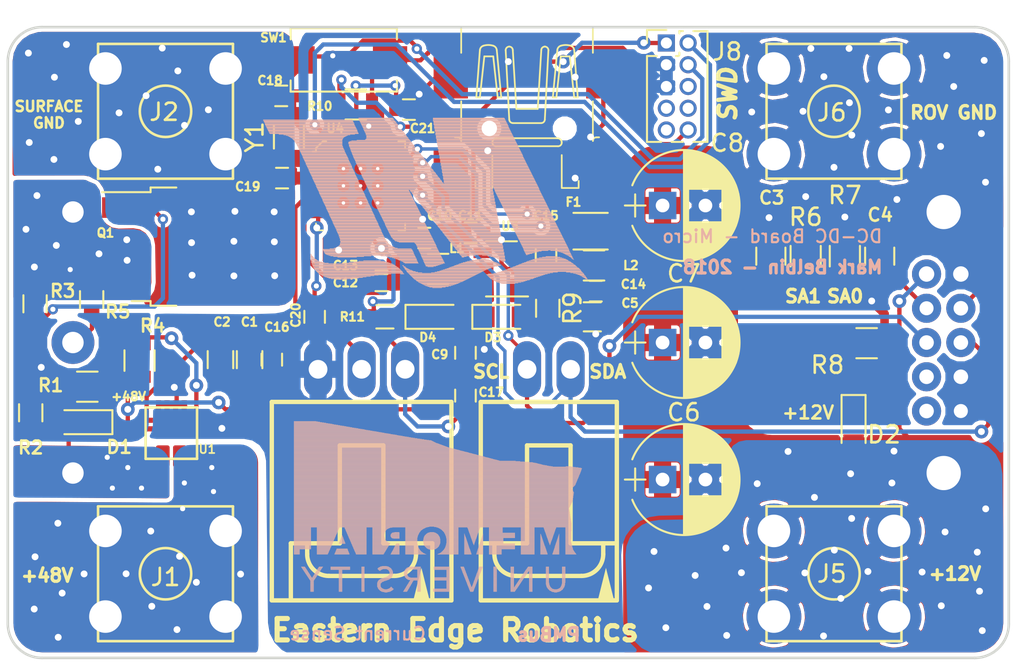
<source format=kicad_pcb>
(kicad_pcb (version 20171130) (host pcbnew "(5.0.0)")
  (layers (0 F.Cu mixed) (31 B.Cu mixed) (34 B.Paste user hide) (35 F.Paste user hide) (36 B.SilkS user) (37 F.SilkS user) (38 B.Mask user hide) (39 F.Mask user hide) (44 Edge.Cuts user))
  (net 0 "")
  (net 1 /+48V)
  (net 2 +12V)
  (net 3 GND)
  (net 4 Earth)
  (net 5 "Net-(C3-Pad1)")
  (net 6 "Net-(C4-Pad1)")
  (net 7 +3V3)
  (net 8 "Net-(D1-Pad1)")
  (net 9 SDA)
  (net 10 SCL)
  (net 11 "Net-(U3-Pad4)")
  (net 12 "Net-(U4-Pad4)")
  (net 13 "Net-(D1-Pad2)")
  (net 14 "Net-(Q1-Pad1)")
  (net 15 VIOUT1)
  (net 16 +5V)
  (net 17 VIOUT3)
  (net 18 VIOUT2)
  (net 19 "Net-(J7-Pad4)")
  (net 20 3V3_FILT)
  (net 21 "Net-(C18-Pad1)")
  (net 22 "Net-(C19-Pad1)")
  (net 23 "Net-(C21-Pad1)")
  (net 24 "Net-(D2-Pad1)")
  (net 25 "Net-(D3-Pad2)")
  (net 26 "Net-(D4-Pad1)")
  (net 27 "Net-(F1-Pad2)")
  (net 28 "Net-(F1-Pad1)")
  (net 29 "Net-(J2-Pad1)")
  (net 30 USB-)
  (net 31 USB+)
  (net 32 ~RESET~)
  (net 33 "Net-(J8-Pad9)")
  (net 34 "Net-(J8-Pad8)")
  (net 35 "Net-(J8-Pad7)")
  (net 36 "Net-(J8-Pad6)")
  (net 37 SWCLK)
  (net 38 SWDIO)
  (net 39 "Net-(R4-Pad2)")
  (net 40 "Net-(R5-Pad1)")
  (net 41 "Net-(R11-Pad1)")
  (net 42 "Net-(U2-Pad12)")
  (net 43 "Net-(U2-Pad14)")
  (net 44 "Net-(U4-Pad25)")
  (net 45 "Net-(U4-Pad17)")
  (net 46 "Net-(U4-Pad3)")
  (net 47 "Net-(U4-Pad5)")
  (net 48 "Net-(U4-Pad11)")
  (net 49 "Net-(U4-Pad12)")
  (net 50 "Net-(U4-Pad13)")
  (net 51 "Net-(U4-Pad15)")
  (net 52 "Net-(U4-Pad16)")
  (net 53 "Net-(U4-Pad18)")
  (net 54 "Net-(U4-Pad19)")
  (net 55 "Net-(U4-Pad20)")
  (net 56 "Net-(U4-Pad27)")
  (module LEDs:LED_0805 (layer F.Cu) (at 75.1 54.65 180)
    (fp_text reference D1 (at -2.2 -1.45 180) (layer F.SilkS) (effects (font (size 0.75 0.75))))
    (fp_text value GRN)
    (pad 2 smd rect (at 1.1 0) (size 1.2 1.2) (layers F.Cu F.Paste F.Mask) (net 13 "Net-(D1-Pad2)"))
    (pad 1 smd rect (at -1.1 0) (size 1.2 1.2) (layers F.Cu F.Paste F.Mask) (net 8 "Net-(D1-Pad1)"))
  )
  (module EER:32005-201 (layer F.Cu) (at 101.092 37.5 270)
    (fp_text reference J7 hide)
    (fp_text value USB_B_Mini hide)
    (pad "" np_thru_hole circle (at 0 2.2 270) (size 0.9 0.9) (drill 0.9) (layers *.Cu))
    (pad "" np_thru_hole circle (at 0 -2.2 270) (size 0.9 0.9) (drill 0.9) (layers *.Cu))
    (pad 5 smd rect (at 3 1.6 270) (size 3.1 0.5) (layers F.Cu F.Paste F.Mask) (net 3 GND))
    (pad 4 smd rect (at 3 0.8 270) (size 3.1 0.5) (layers F.Cu F.Paste F.Mask) (net 19 "Net-(J7-Pad4)"))
    (pad 3 smd rect (at 3 0 270) (size 3.1 0.5) (layers F.Cu F.Paste F.Mask) (net 31 USB+))
    (pad 2 smd rect (at 3 -0.8 270) (size 3.1 0.5) (layers F.Cu F.Paste F.Mask) (net 30 USB-))
    (pad 1 smd rect (at 3 -1.6 270) (size 3.1 0.5) (layers F.Cu F.Paste F.Mask) (net 28 "Net-(F1-Pad1)"))
    (pad 6 smd rect (at 2.9 -4.45 270) (size 3.3 2) (layers F.Cu F.Paste F.Mask) (net 3 GND))
    (pad 6 smd rect (at 2.9 4.45 270) (size 3.3 2) (layers F.Cu F.Paste F.Mask) (net 3 GND))
    (pad 6 smd rect (at -3 -4.45 270) (size 2.5 2) (layers F.Cu F.Paste F.Mask) (net 3 GND))
    (pad 6 smd rect (at -3 4.45 270) (size 2.5 2) (layers F.Cu F.Paste F.Mask) (net 3 GND))
  )
  (module Capacitors_THT:CP_Radial_D6.3mm_P2.50mm (layer F.Cu) (at 109 50)
    (fp_text reference C7 (at 1.236 -4.026) (layer F.SilkS))
    (fp_text value 220uF)
    (pad 1 thru_hole rect (at 0 0) (size 1.6 1.6) (drill 0.8) (layers *.Cu *.Mask) (net 2 +12V))
    (pad 2 thru_hole circle (at 2.5 0) (size 1.6 1.6) (drill 0.8) (layers *.Cu *.Mask) (net 3 GND))
  )
  (module EER:70553-03 (layer F.Cu) (at 91.44 59.182 180)
    (fp_text reference J4 hide)
    (fp_text value Conn_01x03 hide)
    (pad 2 thru_hole oval (at 0 7.62 270) (size 3.2766 1.6383) (drill 1.0922) (layers *.Cu *.Mask) (net 17 VIOUT3))
    (pad 1 thru_hole oval (at -2.54 7.62 270) (size 3.2766 1.6383) (drill 1.0922) (layers *.Cu *.Mask) (net 18 VIOUT2))
    (pad 3 thru_hole oval (at 2.54 7.62 270) (size 3.2766 1.6383) (drill 1.0922) (layers *.Cu *.Mask) (net 3 GND))
  )
  (module Capacitors_SMD:C_0805 (layer F.Cu) (at 121.666 44.958 90)
    (fp_text reference C4 (at 2.41 0.03 180) (layer F.SilkS) (effects (font (size 0.75 0.75))))
    (fp_text value 4.7nF)
    (pad 1 smd rect (at -1 0 90) (size 1 1.25) (layers F.Cu F.Paste F.Mask) (net 6 "Net-(C4-Pad1)"))
    (pad 2 smd rect (at 1 0 90) (size 1 1.25) (layers F.Cu F.Paste F.Mask) (net 3 GND))
  )
  (module EER:RingTerminal (layer F.Cu) (at 80 63.5 90)
    (fp_text reference J1 (at -0.2 0 180) (layer F.SilkS))
    (fp_text value Conn_01x01)
    (pad 1 thru_hole circle (at 2.5 -3.505 90) (size 3.2 3.2) (drill 1.9) (layers *.Cu *.Mask) (net 1 /+48V))
    (pad 1 thru_hole circle (at 2.5 3.505 90) (size 3.2 3.2) (drill 1.9) (layers *.Cu *.Mask) (net 1 /+48V))
    (pad 1 thru_hole circle (at -2.5 3.505 90) (size 3.2 3.2) (drill 1.9) (layers *.Cu *.Mask) (net 1 /+48V))
    (pad 1 thru_hole circle (at -2.5 -3.505 90) (size 3.2 3.2) (drill 1.9) (layers *.Cu *.Mask) (net 1 /+48V))
  )
  (module EER:RingTerminal (layer F.Cu) (at 80 36.5 90)
    (fp_text reference J2 (at -0.04 -0.08 180) (layer F.SilkS))
    (fp_text value Conn_01x01)
    (pad 1 thru_hole circle (at 2.5 -3.505 90) (size 3.2 3.2) (drill 1.9) (layers *.Cu *.Mask) (net 29 "Net-(J2-Pad1)"))
    (pad 1 thru_hole circle (at 2.5 3.505 90) (size 3.2 3.2) (drill 1.9) (layers *.Cu *.Mask) (net 29 "Net-(J2-Pad1)"))
    (pad 1 thru_hole circle (at -2.5 3.505 90) (size 3.2 3.2) (drill 1.9) (layers *.Cu *.Mask) (net 29 "Net-(J2-Pad1)"))
    (pad 1 thru_hole circle (at -2.5 -3.505 90) (size 3.2 3.2) (drill 1.9) (layers *.Cu *.Mask) (net 29 "Net-(J2-Pad1)"))
  )
  (module Capacitors_SMD:C_0805 (layer F.Cu) (at 84.8 51 270)
    (fp_text reference C1 (at -2.2 -0.1 180) (layer F.SilkS) (effects (font (size 0.5 0.5) (thickness 0.125))))
    (fp_text value 1uF)
    (pad 1 smd rect (at -1 0 270) (size 1 1.25) (layers F.Cu F.Paste F.Mask) (net 15 VIOUT1))
    (pad 2 smd rect (at 1 0 270) (size 1 1.25) (layers F.Cu F.Paste F.Mask) (net 3 GND))
  )
  (module Capacitors_SMD:C_0805 (layer F.Cu) (at 83.312 51 270)
    (fp_text reference C2 (at -2.2 0.012) (layer F.SilkS) (effects (font (size 0.5 0.5) (thickness 0.125))))
    (fp_text value 0.1uF)
    (pad 1 smd rect (at -1 0 270) (size 1 1.25) (layers F.Cu F.Paste F.Mask) (net 15 VIOUT1))
    (pad 2 smd rect (at 1 0 270) (size 1 1.25) (layers F.Cu F.Paste F.Mask) (net 3 GND))
  )
  (module Capacitors_SMD:C_0805 (layer F.Cu) (at 115.316 44.958 90)
    (fp_text reference C3 (at 3.41 0.05 180) (layer F.SilkS) (effects (font (size 0.75 0.75))))
    (fp_text value 4.7nF)
    (pad 1 smd rect (at -1 0 90) (size 1 1.25) (layers F.Cu F.Paste F.Mask) (net 5 "Net-(C3-Pad1)"))
    (pad 2 smd rect (at 1 0 90) (size 1 1.25) (layers F.Cu F.Paste F.Mask) (net 3 GND))
  )
  (module Capacitors_THT:CP_Radial_D6.3mm_P2.50mm (layer F.Cu) (at 109 58)
    (fp_text reference C6 (at 1.24 -3.92) (layer F.SilkS))
    (fp_text value 47uF)
    (pad 1 thru_hole rect (at 0 0) (size 1.6 1.6) (drill 0.8) (layers *.Cu *.Mask) (net 2 +12V))
    (pad 2 thru_hole circle (at 2.5 0) (size 1.6 1.6) (drill 0.8) (layers *.Cu *.Mask) (net 3 GND))
  )
  (module Capacitors_THT:CP_Radial_D6.3mm_P2.50mm (layer F.Cu) (at 109 42)
    (fp_text reference C8 (at 3.776 -3.646) (layer F.SilkS))
    (fp_text value 220uF)
    (pad 1 thru_hole rect (at 0 0) (size 1.6 1.6) (drill 0.8) (layers *.Cu *.Mask) (net 2 +12V))
    (pad 2 thru_hole circle (at 2.5 0) (size 1.6 1.6) (drill 0.8) (layers *.Cu *.Mask) (net 3 GND))
  )
  (module LEDs:LED_0805 (layer F.Cu) (at 99.7 48.5)
    (fp_text reference D3 (at -0.6 1.2 180) (layer F.SilkS) (effects (font (size 0.5 0.5) (thickness 0.125))))
    (fp_text value RED)
    (pad 2 smd rect (at 1.1 0 180) (size 1.2 1.2) (layers F.Cu F.Paste F.Mask) (net 25 "Net-(D3-Pad2)"))
    (pad 1 smd rect (at -1.1 0 180) (size 1.2 1.2) (layers F.Cu F.Paste F.Mask) (net 3 GND))
  )
  (module Resistors_SMD:R_0805 (layer F.Cu) (at 78.486 51.054 90)
    (fp_text reference R4 (at 2.032 0.762 180) (layer F.SilkS) (effects (font (size 0.75 0.75))))
    (fp_text value 1k)
    (pad 1 smd rect (at -0.95 0 90) (size 0.7 1.3) (layers F.Cu F.Paste F.Mask) (net 7 +3V3))
    (pad 2 smd rect (at 0.95 0 90) (size 0.7 1.3) (layers F.Cu F.Paste F.Mask) (net 39 "Net-(R4-Pad2)"))
  )
  (module Resistors_SMD:R_0805 (layer F.Cu) (at 117.348 44.958 90)
    (fp_text reference R6 (at 2.286 0 180) (layer F.SilkS))
    (fp_text value 0)
    (pad 1 smd rect (at -0.95 0 90) (size 0.7 1.3) (layers F.Cu F.Paste F.Mask) (net 5 "Net-(C3-Pad1)"))
    (pad 2 smd rect (at 0.95 0 90) (size 0.7 1.3) (layers F.Cu F.Paste F.Mask) (net 3 GND))
  )
  (module Resistors_SMD:R_0805 (layer F.Cu) (at 120.904 50.038)
    (fp_text reference R8 (at -2.286 1.27 180) (layer F.SilkS))
    (fp_text value 1k)
    (pad 1 smd rect (at -0.95 0) (size 0.7 1.3) (layers F.Cu F.Paste F.Mask) (net 24 "Net-(D2-Pad1)"))
    (pad 2 smd rect (at 0.95 0) (size 0.7 1.3) (layers F.Cu F.Paste F.Mask) (net 3 GND))
  )
  (module TO_SOT_Packages_SMD:TO-252-2 (layer F.Cu) (at 81.6 44.4)
    (fp_text reference Q1 (at -5.1 -0.8) (layer F.SilkS) (effects (font (size 0.5 0.5) (thickness 0.125))))
    (fp_text value Q_NMOS_GDS)
    (pad 2 smd rect (at 0.425 1.525) (size 3.05 2.75) (layers F.Cu F.Paste) (net 29 "Net-(J2-Pad1)"))
    (pad 2 smd rect (at 3.775 -1.525) (size 3.05 2.75) (layers F.Cu F.Paste) (net 29 "Net-(J2-Pad1)"))
    (pad 2 smd rect (at 0.425 -1.525) (size 3.05 2.75) (layers F.Cu F.Paste) (net 29 "Net-(J2-Pad1)"))
    (pad 2 smd rect (at 3.775 1.525) (size 3.05 2.75) (layers F.Cu F.Paste) (net 29 "Net-(J2-Pad1)"))
    (pad 2 smd rect (at 2.1 0) (size 6.4 5.8) (layers F.Cu F.Mask) (net 29 "Net-(J2-Pad1)"))
    (pad 3 smd rect (at -4.2 2.28) (size 2.2 1.2) (layers F.Cu F.Paste F.Mask) (net 4 Earth))
    (pad 1 smd rect (at -4.2 -2.28) (size 2.2 1.2) (layers F.Cu F.Paste F.Mask) (net 14 "Net-(Q1-Pad1)"))
  )
  (module Capacitors_SMD:C_0805 (layer F.Cu) (at 104.9 48.5)
    (fp_text reference C5 (at 2.2 -0.8) (layer F.SilkS) (effects (font (size 0.5 0.5) (thickness 0.125))))
    (fp_text value 1uF)
    (pad 2 smd rect (at 1 0) (size 1 1.25) (layers F.Cu F.Paste F.Mask) (net 3 GND))
    (pad 1 smd rect (at -1 0) (size 1 1.25) (layers F.Cu F.Paste F.Mask) (net 16 +5V))
  )
  (module Capacitors_SMD:C_0603 (layer F.Cu) (at 86.75 35.6 180)
    (fp_text reference C18 (at 0.65 0.9 180) (layer F.SilkS) (effects (font (size 0.5 0.5) (thickness 0.125))))
    (fp_text value 22pF)
    (pad 2 smd rect (at 0.75 0 180) (size 0.8 0.75) (layers F.Cu F.Paste F.Mask) (net 3 GND))
    (pad 1 smd rect (at -0.75 0 180) (size 0.8 0.75) (layers F.Cu F.Paste F.Mask) (net 21 "Net-(C18-Pad1)"))
  )
  (module Capacitors_SMD:C_0603 (layer F.Cu) (at 86.8 40.4 180)
    (fp_text reference C19 (at 2 -0.5 180) (layer F.SilkS) (effects (font (size 0.5 0.5) (thickness 0.125))))
    (fp_text value 22pF)
    (pad 1 smd rect (at -0.75 0 180) (size 0.8 0.75) (layers F.Cu F.Paste F.Mask) (net 22 "Net-(C19-Pad1)"))
    (pad 2 smd rect (at 0.75 0 180) (size 0.8 0.75) (layers F.Cu F.Paste F.Mask) (net 3 GND))
  )
  (module LEDs:LED_0805 (layer F.Cu) (at 120.142 54.864 270)
    (fp_text reference D2 (at 0.508 -1.778) (layer F.SilkS))
    (fp_text value BLUE)
    (pad 2 smd rect (at 1.1 0 90) (size 1.2 1.2) (layers F.Cu F.Paste F.Mask) (net 2 +12V))
    (pad 1 smd rect (at -1.1 0 90) (size 1.2 1.2) (layers F.Cu F.Paste F.Mask) (net 24 "Net-(D2-Pad1)"))
  )
  (module LEDs:LED_0805 (layer F.Cu) (at 95.8 48.5)
    (fp_text reference D4 (at -0.5 1.2) (layer F.SilkS) (effects (font (size 0.5 0.5) (thickness 0.125))))
    (fp_text value ORNGE)
    (pad 1 smd rect (at -1.1 0 180) (size 1.2 1.2) (layers F.Cu F.Paste F.Mask) (net 26 "Net-(D4-Pad1)"))
    (pad 2 smd rect (at 1.1 0 180) (size 1.2 1.2) (layers F.Cu F.Paste F.Mask) (net 7 +3V3))
  )
  (module EER:70553-02 (layer F.Cu) (at 102.362 59.182 180)
    (fp_text reference J3 hide)
    (fp_text value Conn_01x02 hide)
    (pad 2 thru_hole oval (at 1.27 7.62 270) (size 3.2766 1.6383) (drill 1.0922) (layers *.Cu *.Mask) (net 10 SCL))
    (pad 1 thru_hole oval (at -1.27 7.62 270) (size 3.2766 1.6383) (drill 1.0922) (layers *.Cu *.Mask) (net 9 SDA))
  )
  (module EER:RingTerminal (layer F.Cu) (at 119 63.5 270)
    (fp_text reference J5 (at 0 0.128) (layer F.SilkS))
    (fp_text value Conn_01x01)
    (pad 1 thru_hole circle (at 2.5 -3.505 270) (size 3.2 3.2) (drill 1.9) (layers *.Cu *.Mask) (net 2 +12V))
    (pad 1 thru_hole circle (at 2.5 3.505 270) (size 3.2 3.2) (drill 1.9) (layers *.Cu *.Mask) (net 2 +12V))
    (pad 1 thru_hole circle (at -2.5 3.505 270) (size 3.2 3.2) (drill 1.9) (layers *.Cu *.Mask) (net 2 +12V))
    (pad 1 thru_hole circle (at -2.5 -3.505 270) (size 3.2 3.2) (drill 1.9) (layers *.Cu *.Mask) (net 2 +12V))
  )
  (module EER:RingTerminal (layer F.Cu) (at 119 36.5 270)
    (fp_text reference J6 (at 0.076 0.128) (layer F.SilkS))
    (fp_text value Conn_01x01)
    (pad 1 thru_hole circle (at -2.5 -3.505 270) (size 3.2 3.2) (drill 1.9) (layers *.Cu *.Mask) (net 3 GND))
    (pad 1 thru_hole circle (at -2.5 3.505 270) (size 3.2 3.2) (drill 1.9) (layers *.Cu *.Mask) (net 3 GND))
    (pad 1 thru_hole circle (at 2.5 3.505 270) (size 3.2 3.2) (drill 1.9) (layers *.Cu *.Mask) (net 3 GND))
    (pad 1 thru_hole circle (at 2.5 -3.505 270) (size 3.2 3.2) (drill 1.9) (layers *.Cu *.Mask) (net 3 GND))
  )
  (module Pin_Headers:Pin_Header_Straight_2x05_Pitch1.27mm (layer F.Cu) (at 109.22 32.512)
    (fp_text reference J8 (at 3.556 0.508) (layer F.SilkS))
    (fp_text value Conn_02x05_Odd_Even)
    (pad 1 thru_hole rect (at 0 0) (size 1 1) (drill 0.65) (layers *.Cu *.Mask) (net 7 +3V3))
    (pad 2 thru_hole oval (at 1.27 0) (size 1 1) (drill 0.65) (layers *.Cu *.Mask) (net 38 SWDIO))
    (pad 3 thru_hole oval (at 0 1.27) (size 1 1) (drill 0.65) (layers *.Cu *.Mask) (net 3 GND))
    (pad 4 thru_hole oval (at 1.27 1.27) (size 1 1) (drill 0.65) (layers *.Cu *.Mask) (net 37 SWCLK))
    (pad 5 thru_hole oval (at 0 2.54) (size 1 1) (drill 0.65) (layers *.Cu *.Mask) (net 3 GND))
    (pad 6 thru_hole oval (at 1.27 2.54) (size 1 1) (drill 0.65) (layers *.Cu *.Mask) (net 36 "Net-(J8-Pad6)"))
    (pad 7 thru_hole oval (at 0 3.81) (size 1 1) (drill 0.65) (layers *.Cu *.Mask) (net 35 "Net-(J8-Pad7)"))
    (pad 8 thru_hole oval (at 1.27 3.81) (size 1 1) (drill 0.65) (layers *.Cu *.Mask) (net 34 "Net-(J8-Pad8)"))
    (pad 9 thru_hole oval (at 0 5.08) (size 1 1) (drill 0.65) (layers *.Cu *.Mask) (net 33 "Net-(J8-Pad9)"))
    (pad 10 thru_hole oval (at 1.27 5.08) (size 1 1) (drill 0.65) (layers *.Cu *.Mask) (net 32 ~RESET~))
  )
  (module Inductors_SMD:L_0805 (layer F.Cu) (at 95.9 45.7)
    (fp_text reference L1 (at 1.1 -1.2) (layer F.SilkS) (effects (font (size 0.5 0.5) (thickness 0.125))))
    (fp_text value Ferrite_Bead)
    (pad 1 smd rect (at -0.95 0) (size 0.7 1.3) (layers F.Cu F.Paste F.Mask) (net 20 3V3_FILT))
    (pad 2 smd rect (at 0.95 0) (size 0.7 1.3) (layers F.Cu F.Paste F.Mask) (net 7 +3V3))
  )
  (module Inductors_SMD:L_0805 (layer F.Cu) (at 105 45.5)
    (fp_text reference L2 (at 2.15 0) (layer F.SilkS) (effects (font (size 0.5 0.5) (thickness 0.125))))
    (fp_text value Ferrite_Bead)
    (pad 2 smd rect (at 0.95 0) (size 0.7 1.3) (layers F.Cu F.Paste F.Mask) (net 27 "Net-(F1-Pad2)"))
    (pad 1 smd rect (at -0.95 0) (size 0.7 1.3) (layers F.Cu F.Paste F.Mask) (net 16 +5V))
  )
  (module Resistors_SMD:R_0805 (layer F.Cu) (at 75.438 52.578 180)
    (fp_text reference R1 (at 2.138 0.078 180) (layer F.SilkS) (effects (font (size 0.75 0.75))))
    (fp_text value 10k)
    (pad 2 smd rect (at 0.95 0 180) (size 0.7 1.3) (layers F.Cu F.Paste F.Mask) (net 4 Earth))
    (pad 1 smd rect (at -0.95 0 180) (size 0.7 1.3) (layers F.Cu F.Paste F.Mask) (net 8 "Net-(D1-Pad1)"))
  )
  (module Resistors_SMD:R_0603 (layer F.Cu) (at 72.136 54.102 90)
    (fp_text reference R2 (at -2.032 0 180) (layer F.SilkS) (effects (font (size 0.75 0.75))))
    (fp_text value 698k)
    (pad 2 smd rect (at 0.75 0 90) (size 0.5 0.9) (layers F.Cu F.Paste F.Mask) (net 14 "Net-(Q1-Pad1)"))
    (pad 1 smd rect (at -0.75 0 90) (size 0.5 0.9) (layers F.Cu F.Paste F.Mask) (net 13 "Net-(D1-Pad2)"))
  )
  (module Resistors_SMD:R_0603 (layer F.Cu) (at 72.39 47.74 90)
    (fp_text reference R3 (at 0.75 1.61 180) (layer F.SilkS) (effects (font (size 0.75 0.75))))
    (fp_text value 200k)
    (pad 1 smd rect (at -0.75 0 90) (size 0.5 0.9) (layers F.Cu F.Paste F.Mask) (net 14 "Net-(Q1-Pad1)"))
    (pad 2 smd rect (at 0.75 0 90) (size 0.5 0.9) (layers F.Cu F.Paste F.Mask) (net 4 Earth))
  )
  (module Resistors_SMD:R_0603 (layer F.Cu) (at 75.692 47.498 90)
    (fp_text reference R5 (at -0.702 1.524) (layer F.SilkS) (effects (font (size 0.75 0.75))))
    (fp_text value 0)
    (pad 1 smd rect (at -0.75 0 90) (size 0.5 0.9) (layers F.Cu F.Paste F.Mask) (net 40 "Net-(R5-Pad1)"))
    (pad 2 smd rect (at 0.75 0 90) (size 0.5 0.9) (layers F.Cu F.Paste F.Mask) (net 4 Earth))
  )
  (module Resistors_SMD:R_0805 (layer F.Cu) (at 119.634 44.958 90)
    (fp_text reference R7 (at 3.556 0 180) (layer F.SilkS))
    (fp_text value 0)
    (pad 2 smd rect (at 0.95 0 90) (size 0.7 1.3) (layers F.Cu F.Paste F.Mask) (net 3 GND))
    (pad 1 smd rect (at -0.95 0 90) (size 0.7 1.3) (layers F.Cu F.Paste F.Mask) (net 6 "Net-(C4-Pad1)"))
  )
  (module Resistors_SMD:R_0805 (layer F.Cu) (at 91.1 36.1)
    (fp_text reference R10 (at -2.1 0.1) (layer F.SilkS) (effects (font (size 0.5 0.5) (thickness 0.125))))
    (fp_text value 10k)
    (pad 2 smd rect (at 0.95 0) (size 0.7 1.3) (layers F.Cu F.Paste F.Mask) (net 32 ~RESET~))
    (pad 1 smd rect (at -0.95 0) (size 0.7 1.3) (layers F.Cu F.Paste F.Mask) (net 7 +3V3))
  )
  (module EER:ACS711 (layer F.Cu) (at 80.34 55.29 90)
    (fp_text reference U1 (at -0.934 2.1 180) (layer F.SilkS) (effects (font (size 0.5 0.5) (thickness 0.1))))
    (fp_text value ACS711)
    (pad 12 smd rect (at 0.25 -1.5 90) (size 0.3 0.85) (layers F.Cu F.Paste F.Mask) (net 7 +3V3))
    (pad 11 smd rect (at 0.75 -1.5 90) (size 0.3 0.85) (layers F.Cu F.Paste F.Mask) (net 15 VIOUT1))
    (pad 7 smd rect (at 1.5 -0.25 180) (size 0.3 0.85) (layers F.Cu F.Paste F.Mask) (net 3 GND))
    (pad 7 smd rect (at 1.5 0.25 180) (size 0.3 0.85) (layers F.Cu F.Paste F.Mask) (net 3 GND))
    (pad 7 smd rect (at 1.5 -0.75 180) (size 0.3 0.85) (layers F.Cu F.Paste F.Mask) (net 3 GND))
    (pad 7 smd rect (at 1.5 0.75 180) (size 0.3 0.85) (layers F.Cu F.Paste F.Mask) (net 3 GND))
    (pad 6 smd rect (at 0.75 1.5 90) (size 0.3 0.85) (layers F.Cu F.Paste F.Mask) (net 39 "Net-(R4-Pad2)"))
    (pad 5 smd rect (at 0.25 1.5 90) (size 0.3 0.85) (layers F.Cu F.Paste F.Mask) (net 3 GND))
    (pad 1 smd roundrect (at -1.35 -0.5 270) (size 1.27 0.8) (layers F.Cu F.Paste F.Mask) (roundrect_rratio 0.15) (net 13 "Net-(D1-Pad2)"))
    (pad 3 smd roundrect (at -1.35 0.5 270) (size 1.27 0.8) (layers F.Cu F.Paste F.Mask) (roundrect_rratio 0.15) (net 1 /+48V))
  )
  (module EER:MurataDC-DC (layer F.Cu) (at 100 50)
    (fp_text reference U2 hide)
    (fp_text value DBQ0135V2)
    (pad 15 thru_hole circle (at 26.4 4) (size 1.5 1.5) (drill 0.82) (layers *.Cu *.Mask) (net 3 GND))
    (pad 14 thru_hole circle (at 24.4 4) (size 1.7 1.7) (drill 0.85) (layers *.Cu *.Mask) (net 43 "Net-(U2-Pad14)"))
    (pad 12 thru_hole circle (at 24.4 2) (size 1.7 1.7) (drill 0.85) (layers *.Cu *.Mask) (net 42 "Net-(U2-Pad12)"))
    (pad 13 thru_hole circle (at 26.4 2) (size 1.7 1.7) (drill 0.85) (layers *.Cu *.Mask) (net 3 GND))
    (pad 10 thru_hole circle (at 24.4 0) (size 1.7 1.7) (drill 0.85) (layers *.Cu *.Mask) (net 10 SCL))
    (pad 11 thru_hole circle (at 26.4 0) (size 1.7 1.7) (drill 0.85) (layers *.Cu *.Mask) (net 9 SDA))
    (pad 9 thru_hole circle (at 26.4 -2) (size 1.7 1.7) (drill 0.85) (layers *.Cu *.Mask) (net 5 "Net-(C3-Pad1)"))
    (pad 8 thru_hole circle (at 24.4 -2) (size 1.7 1.7) (drill 0.82) (layers *.Cu *.Mask) (net 6 "Net-(C4-Pad1)"))
    (pad 7 thru_hole circle (at 26.4 -4) (size 1.7 1.7) (drill 0.9) (layers *.Cu *.Mask) (net 3 GND))
    (pad 6 thru_hole circle (at 24.4 -4) (size 1.7 1.7) (drill 0.9) (layers *.Cu *.Mask) (net 2 +12V))
    (pad 16 thru_hole circle (at 25.4 7.62) (size 3.5 3.5) (drill 2) (layers *.Cu *.Mask) (net 2 +12V))
    (pad 5 thru_hole circle (at 25.4 -7.62 180) (size 3.5 3.5) (drill 2) (layers *.Cu *.Mask) (net 3 GND))
    (pad 1 thru_hole circle (at -25.4 7.62) (size 2.5 2.5) (drill 1.25) (layers *.Cu *.Mask) (net 13 "Net-(D1-Pad2)"))
    (pad 2 thru_hole circle (at -25.4 0) (size 2.5 2.5) (drill 1.25) (layers *.Cu *.Mask) (net 40 "Net-(R5-Pad1)"))
    (pad 4 thru_hole circle (at -25.4 -7.62) (size 2.5 2.5) (drill 1.25) (layers *.Cu *.Mask) (net 4 Earth))
  )
  (module TO_SOT_Packages_SMD:SOT-23-5 (layer F.Cu) (at 99.6 45.7 180)
    (fp_text reference U3 (at -0.5 2.5 180) (layer F.SilkS) (effects (font (size 0.5 0.5) (thickness 0.125))))
    (fp_text value TLV733P)
    (pad 5 smd rect (at 1.1 -0.95 180) (size 1.06 0.65) (layers F.Cu F.Paste F.Mask) (net 7 +3V3))
    (pad 4 smd rect (at 1.1 0.95 180) (size 1.06 0.65) (layers F.Cu F.Paste F.Mask) (net 11 "Net-(U3-Pad4)"))
    (pad 3 smd rect (at -1.1 0.95 180) (size 1.06 0.65) (layers F.Cu F.Paste F.Mask) (net 16 +5V))
    (pad 2 smd rect (at -1.1 0 180) (size 1.06 0.65) (layers F.Cu F.Paste F.Mask) (net 3 GND))
    (pad 1 smd rect (at -1.1 -0.95 180) (size 1.06 0.65) (layers F.Cu F.Paste F.Mask) (net 16 +5V))
  )
  (module Capacitors_SMD:C_0603 (layer F.Cu) (at 97.5 50.6 270)
    (fp_text reference C9 (at 0.1 1.5) (layer F.SilkS) (effects (font (size 0.5 0.5) (thickness 0.125))))
    (fp_text value 10uF)
    (pad 2 smd rect (at 0.75 0 270) (size 0.8 0.75) (layers F.Cu F.Paste F.Mask) (net 3 GND))
    (pad 1 smd rect (at -0.75 0 270) (size 0.8 0.75) (layers F.Cu F.Paste F.Mask) (net 7 +3V3))
  )
  (module Capacitors_SMD:C_0603 (layer F.Cu) (at 95.1 43.9 180)
    (fp_text reference C10 (at -0.9 1.3 180) (layer F.SilkS) (effects (font (size 0.5 0.5) (thickness 0.125))))
    (fp_text value 1uF)
    (pad 1 smd rect (at -0.75 0 180) (size 0.8 0.75) (layers F.Cu F.Paste F.Mask) (net 7 +3V3))
    (pad 2 smd rect (at 0.75 0 180) (size 0.8 0.75) (layers F.Cu F.Paste F.Mask) (net 3 GND))
  )
  (module Capacitors_SMD:C_0603 (layer F.Cu) (at 97.8 43.6)
    (fp_text reference C11 (at 0 -1) (layer F.SilkS) (effects (font (size 0.5 0.5) (thickness 0.125))))
    (fp_text value 0.1uF)
    (pad 2 smd rect (at 0.75 0) (size 0.8 0.75) (layers F.Cu F.Paste F.Mask) (net 3 GND))
    (pad 1 smd rect (at -0.75 0) (size 0.8 0.75) (layers F.Cu F.Paste F.Mask) (net 7 +3V3))
  )
  (module Capacitors_SMD:C_0603 (layer F.Cu) (at 92.6 46.4 180)
    (fp_text reference C12 (at 2.1 -0.1 180) (layer F.SilkS) (effects (font (size 0.5 0.5) (thickness 0.125))))
    (fp_text value 10uF)
    (pad 1 smd rect (at -0.75 0 180) (size 0.8 0.75) (layers F.Cu F.Paste F.Mask) (net 20 3V3_FILT))
    (pad 2 smd rect (at 0.75 0 180) (size 0.8 0.75) (layers F.Cu F.Paste F.Mask) (net 3 GND))
  )
  (module Capacitors_SMD:C_0603 (layer F.Cu) (at 92.6 45.4 180)
    (fp_text reference C13 (at 2.1 -0.1 180) (layer F.SilkS) (effects (font (size 0.5 0.5) (thickness 0.125))))
    (fp_text value 0.1uF)
    (pad 2 smd rect (at 0.75 0 180) (size 0.8 0.75) (layers F.Cu F.Paste F.Mask) (net 3 GND))
    (pad 1 smd rect (at -0.75 0 180) (size 0.8 0.75) (layers F.Cu F.Paste F.Mask) (net 20 3V3_FILT))
  )
  (module Capacitors_SMD:C_0603 (layer F.Cu) (at 105.1 47)
    (fp_text reference C14 (at 2.2 -0.4) (layer F.SilkS) (effects (font (size 0.5 0.5) (thickness 0.125))))
    (fp_text value 10uF)
    (pad 1 smd rect (at -0.75 0) (size 0.8 0.75) (layers F.Cu F.Paste F.Mask) (net 16 +5V))
    (pad 2 smd rect (at 0.75 0) (size 0.8 0.75) (layers F.Cu F.Paste F.Mask) (net 3 GND))
  )
  (module Capacitors_SMD:C_0603 (layer F.Cu) (at 102.2 44.9 90)
    (fp_text reference C15 (at 2.3 0 180) (layer F.SilkS) (effects (font (size 0.5 0.5) (thickness 0.125))))
    (fp_text value 1uF)
    (pad 2 smd rect (at 0.75 0 90) (size 0.8 0.75) (layers F.Cu F.Paste F.Mask) (net 3 GND))
    (pad 1 smd rect (at -0.75 0 90) (size 0.8 0.75) (layers F.Cu F.Paste F.Mask) (net 16 +5V))
  )
  (module Capacitors_SMD:C_0603 (layer F.Cu) (at 86.2 51 270)
    (fp_text reference C16 (at -1.9 -0.3) (layer F.SilkS) (effects (font (size 0.5 0.5) (thickness 0.125))))
    (fp_text value 1uF)
    (pad 1 smd rect (at -0.75 0 270) (size 0.8 0.75) (layers F.Cu F.Paste F.Mask) (net 15 VIOUT1))
    (pad 2 smd rect (at 0.75 0 270) (size 0.8 0.75) (layers F.Cu F.Paste F.Mask) (net 3 GND))
  )
  (module Capacitors_SMD:C_0603 (layer F.Cu) (at 97.5 53.1 90)
    (fp_text reference C17 (at 0.2 1.5 180) (layer F.SilkS) (effects (font (size 0.5 0.5) (thickness 0.125))))
    (fp_text value 1uF)
    (pad 2 smd rect (at 0.75 0 90) (size 0.8 0.75) (layers F.Cu F.Paste F.Mask) (net 3 GND))
    (pad 1 smd rect (at -0.75 0 90) (size 0.8 0.75) (layers F.Cu F.Paste F.Mask) (net 18 VIOUT2))
  )
  (module Capacitors_SMD:C_0603 (layer F.Cu) (at 88.7 48.5 270)
    (fp_text reference C20 (at -0.1 1.1 270) (layer F.SilkS) (effects (font (size 0.5 0.5) (thickness 0.125))))
    (fp_text value 1uF)
    (pad 1 smd rect (at -0.75 0 270) (size 0.8 0.75) (layers F.Cu F.Paste F.Mask) (net 17 VIOUT3))
    (pad 2 smd rect (at 0.75 0 270) (size 0.8 0.75) (layers F.Cu F.Paste F.Mask) (net 3 GND))
  )
  (module Capacitors_SMD:C_0603 (layer F.Cu) (at 94.2 36.4)
    (fp_text reference C21 (at 0.8 1.1) (layer F.SilkS) (effects (font (size 0.5 0.5) (thickness 0.125))))
    (fp_text value 0.1uF)
    (pad 2 smd rect (at 0.75 0) (size 0.8 0.75) (layers F.Cu F.Paste F.Mask) (net 3 GND))
    (pad 1 smd rect (at -0.75 0) (size 0.8 0.75) (layers F.Cu F.Paste F.Mask) (net 23 "Net-(C21-Pad1)"))
  )
  (module "Junction Box:MILOGO" (layer B.Cu) (at 105 48.2 180)
    (fp_text reference U$16 hide)
    (fp_text value MILOGO hide)
  )
  (module "Junction Box:MUNLOGO" (layer B.Cu) (at 105.4 65.7 180)
    (fp_text reference U$15 hide)
    (fp_text value MUNLOGO hide)
  )
  (module Resistors_SMD:R_0603 (layer F.Cu) (at 102.3 48 270)
    (fp_text reference R9 (at 0 -1.45 270) (layer F.SilkS))
    (fp_text value 330)
    (pad 2 smd rect (at 0.75 0 270) (size 0.5 0.9) (layers F.Cu F.Paste F.Mask) (net 25 "Net-(D3-Pad2)"))
    (pad 1 smd rect (at -0.75 0 270) (size 0.5 0.9) (layers F.Cu F.Paste F.Mask) (net 16 +5V))
  )
  (module Resistors_SMD:R_0603 (layer F.Cu) (at 92.8 48.5)
    (fp_text reference R11 (at -1.9 0) (layer F.SilkS) (effects (font (size 0.5 0.5) (thickness 0.125))))
    (fp_text value 150)
    (pad 1 smd rect (at -0.75 0) (size 0.5 0.9) (layers F.Cu F.Paste F.Mask) (net 41 "Net-(R11-Pad1)"))
    (pad 2 smd rect (at 0.75 0) (size 0.5 0.9) (layers F.Cu F.Paste F.Mask) (net 26 "Net-(D4-Pad1)"))
  )
  (module EER:Fuse_SMD1206_Reflow (layer F.Cu) (at 104.8 43.5)
    (fp_text reference F1 (at -1 -1.7) (layer F.SilkS) (effects (font (size 0.5 0.5) (thickness 0.125))))
    (fp_text value 500mA)
    (pad 1 smd rect (at -1.2 0 90) (size 2.03 1.14) (layers F.Cu F.Paste F.Mask) (net 28 "Net-(F1-Pad1)"))
    (pad 2 smd rect (at 1.2 0 90) (size 2.03 1.14) (layers F.Cu F.Paste F.Mask) (net 27 "Net-(F1-Pad2)"))
  )
  (module EER:SW_SPST_EVQPE1 (layer F.Cu) (at 90.4 33.5)
    (fp_text reference SW1 (at -4.1 -1.3) (layer F.SilkS) (effects (font (size 0.5 0.5) (thickness 0.125))))
    (fp_text value SW_Push)
    (pad 1 smd rect (at -2.7 0) (size 2 1.6) (layers F.Cu F.Paste F.Mask) (net 3 GND))
    (pad 2 smd rect (at 2.7 0) (size 2 1.6) (layers F.Cu F.Paste F.Mask) (net 32 ~RESET~))
  )
  (module EER:QFN-32-1EP_5x5mm (layer F.Cu) (at 91.9 41.3)
    (fp_text reference U4 (at -2 -3.8) (layer F.SilkS) (effects (font (size 0.5 0.5) (thickness 0.125))))
    (fp_text value ATSAMD21E16L-MFT)
    (pad 32 smd rect (at -2.27 -2.925 270) (size 0.85 0.28) (layers F.Cu F.Paste F.Mask) (net 38 SWDIO))
    (pad 31 smd rect (at -1.77 -2.925 270) (size 0.85 0.28) (layers F.Cu F.Paste F.Mask) (net 37 SWCLK))
    (pad 30 smd rect (at -1.27 -2.925 270) (size 0.85 0.28) (layers F.Cu F.Paste F.Mask) (net 7 +3V3))
    (pad 29 smd rect (at -0.77 -2.925 270) (size 0.85 0.28) (layers F.Cu F.Paste F.Mask) (net 23 "Net-(C21-Pad1)"))
    (pad 28 smd rect (at -0.27 -2.925 270) (size 0.85 0.28) (layers F.Cu F.Paste F.Mask) (net 3 GND))
    (pad 27 smd rect (at 0.23 -2.925 270) (size 0.85 0.28) (layers F.Cu F.Paste F.Mask) (net 56 "Net-(U4-Pad27)"))
    (pad 26 smd rect (at 0.73 -2.925 270) (size 0.85 0.28) (layers F.Cu F.Paste F.Mask) (net 32 ~RESET~))
    (pad 24 smd rect (at 1.955 -2.2 270) (size 0.28 0.85) (layers F.Cu F.Paste F.Mask) (net 31 USB+))
    (pad 23 smd rect (at 1.955 -1.7 270) (size 0.28 0.85) (layers F.Cu F.Paste F.Mask) (net 30 USB-))
    (pad 22 smd rect (at 1.955 -1.2 270) (size 0.28 0.85) (layers F.Cu F.Paste F.Mask) (net 10 SCL))
    (pad 21 smd rect (at 1.955 -0.7 270) (size 0.28 0.85) (layers F.Cu F.Paste F.Mask) (net 9 SDA))
    (pad 20 smd rect (at 1.955 -0.2 270) (size 0.28 0.85) (layers F.Cu F.Paste F.Mask) (net 55 "Net-(U4-Pad20)"))
    (pad 19 smd rect (at 1.955 0.3 270) (size 0.28 0.85) (layers F.Cu F.Paste F.Mask) (net 54 "Net-(U4-Pad19)"))
    (pad 18 smd rect (at 1.955 0.8 270) (size 0.28 0.85) (layers F.Cu F.Paste F.Mask) (net 53 "Net-(U4-Pad18)"))
    (pad 16 smd rect (at 1.23 2.025 270) (size 0.85 0.28) (layers F.Cu F.Paste F.Mask) (net 52 "Net-(U4-Pad16)"))
    (pad 15 smd rect (at 0.73 2.025 270) (size 0.85 0.28) (layers F.Cu F.Paste F.Mask) (net 51 "Net-(U4-Pad15)"))
    (pad 14 smd rect (at 0.23 2.025 270) (size 0.85 0.28) (layers F.Cu F.Paste F.Mask) (net 41 "Net-(R11-Pad1)"))
    (pad 13 smd rect (at -0.27 2.025 270) (size 0.85 0.28) (layers F.Cu F.Paste F.Mask) (net 50 "Net-(U4-Pad13)"))
    (pad 12 smd rect (at -0.77 2.025 270) (size 0.85 0.28) (layers F.Cu F.Paste F.Mask) (net 49 "Net-(U4-Pad12)"))
    (pad 11 smd rect (at -1.27 2.025 270) (size 0.85 0.28) (layers F.Cu F.Paste F.Mask) (net 48 "Net-(U4-Pad11)"))
    (pad 10 smd rect (at -1.77 2.025 270) (size 0.85 0.28) (layers F.Cu F.Paste F.Mask) (net 3 GND))
    (pad 8 smd rect (at -2.995 1.3 270) (size 0.28 0.85) (layers F.Cu F.Paste F.Mask) (net 17 VIOUT3))
    (pad 7 smd rect (at -2.995 0.8 270) (size 0.28 0.85) (layers F.Cu F.Paste F.Mask) (net 18 VIOUT2))
    (pad 6 smd rect (at -2.995 0.3 270) (size 0.28 0.85) (layers F.Cu F.Paste F.Mask) (net 15 VIOUT1))
    (pad 5 smd rect (at -2.995 -0.2 270) (size 0.28 0.85) (layers F.Cu F.Paste F.Mask) (net 47 "Net-(U4-Pad5)"))
    (pad 4 smd rect (at -2.995 -0.7 270) (size 0.28 0.85) (layers F.Cu F.Paste F.Mask) (net 12 "Net-(U4-Pad4)"))
    (pad 3 smd rect (at -2.995 -1.2 270) (size 0.28 0.85) (layers F.Cu F.Paste F.Mask) (net 46 "Net-(U4-Pad3)"))
    (pad 2 smd rect (at -2.995 -1.7 270) (size 0.28 0.85) (layers F.Cu F.Paste F.Mask) (net 22 "Net-(C19-Pad1)"))
    (pad 1 smd rect (at -2.995 -2.2 270) (size 0.28 0.85) (layers F.Cu F.Paste F.Mask) (net 21 "Net-(C18-Pad1)"))
    (pad 33 thru_hole circle (at -1.52 0.55 270) (size 0.2 0.2) (drill 0.2) (layers *.Cu *.Mask))
    (pad 33 thru_hole circle (at -1.52 -0.45 270) (size 0.2 0.2) (drill 0.2) (layers *.Cu *.Mask))
    (pad 33 thru_hole circle (at -1.52 -1.45 270) (size 0.2 0.2) (drill 0.2) (layers *.Cu *.Mask))
    (pad 33 thru_hole circle (at -0.52 0.55 270) (size 0.2 0.2) (drill 0.2) (layers *.Cu *.Mask))
    (pad 33 thru_hole circle (at -0.52 -0.450001 270) (size 0.2 0.2) (drill 0.2) (layers *.Cu *.Mask))
    (pad 33 thru_hole circle (at -0.52 -1.45 270) (size 0.2 0.2) (drill 0.2) (layers *.Cu *.Mask))
    (pad 33 thru_hole circle (at 0.48 0.55 270) (size 0.2 0.2) (drill 0.2) (layers *.Cu *.Mask))
    (pad 33 thru_hole circle (at 0.48 -0.45 270) (size 0.2 0.2) (drill 0.2) (layers *.Cu *.Mask))
    (pad 33 thru_hole circle (at 0.48 -1.45 270) (size 0.2 0.2) (drill 0.2) (layers *.Cu *.Mask))
    (pad 33 smd rect (at -0.52 -0.450001 270) (size 3.45 3.45) (layers F.Cu F.Paste F.Mask))
    (pad 9 smd rect (at -2.27 2.025 270) (size 0.85 0.28) (layers F.Cu F.Paste F.Mask) (net 20 3V3_FILT))
    (pad 17 smd rect (at 1.955 1.3 270) (size 0.28 0.85) (layers F.Cu F.Paste F.Mask) (net 45 "Net-(U4-Pad17)"))
    (pad 25 smd rect (at 1.23 -2.925 270) (size 0.85 0.28) (layers F.Cu F.Paste F.Mask) (net 44 "Net-(U4-Pad25)"))
  )
  (module EER:Crystal_SMD_3215-2pin_3.2x1.5mm (layer F.Cu) (at 87.2 38 90)
    (fp_text reference Y1 (at 0 -2 90) (layer F.SilkS))
    (fp_text value 32.7680kHz)
    (pad 1 smd rect (at 1.25 0 90) (size 1 1.8) (layers F.Cu F.Paste F.Mask) (net 21 "Net-(C18-Pad1)"))
    (pad 2 smd rect (at -1.25 0 90) (size 1 1.8) (layers F.Cu F.Paste F.Mask) (net 22 "Net-(C19-Pad1)"))
  )
  (gr_text SWD (at 112.8 35.5 90) (layer F.SilkS) (effects (font (size 1 1) (thickness 0.25) italic)))
  (gr_text "SCL\n" (at 99 51.7) (layer F.SilkS) (effects (font (size 0.75 0.75) (thickness 0.1875))))
  (gr_text "SA1\n" (at 117.2 47.3) (layer F.SilkS) (effects (font (size 0.75 0.75) (thickness 0.1875))))
  (gr_text "SA0\n" (at 119.65 47.3) (layer F.SilkS) (effects (font (size 0.75 0.75) (thickness 0.1875))))
  (gr_text PMBus (at 102.362 67.056) (layer B.SilkS) (effects (font (size 0.75 0.75) (thickness 0.1875)) (justify mirror)))
  (gr_text "Current Sense" (at 91.2 67) (layer B.SilkS) (effects (font (size 0.75 0.75) (thickness 0.125)) (justify mirror)))
  (gr_text "SURFACE\nGND" (at 73.2 36.7) (layer F.SilkS) (effects (font (size 0.6 0.6))))
  (gr_text +48V (at 73.1 63.6) (layer F.SilkS) (effects (font (size 0.75 0.75) (thickness 0.1875))))
  (gr_text +12V (at 126.06 63.5) (layer F.SilkS) (effects (font (size 0.75 0.75) (thickness 0.1875))))
  (gr_text "ROV GND" (at 125.984 36.576) (layer F.SilkS) (effects (font (size 0.75 0.75) (thickness 0.1875))))
  (gr_text "SDA\n" (at 105.8 51.7) (layer F.SilkS) (effects (font (size 0.75 0.75) (thickness 0.1875))))
  (gr_text "Mark Belbin - 2018" (at 116 45.6) (layer B.SilkS) (effects (font (size 0.75 0.75) (thickness 0.1875)) (justify mirror)))
  (gr_text "DC-DC Board - Micro" (at 115.4 43.8) (layer B.SilkS) (effects (font (size 0.75 0.75) (thickness 0.125)) (justify mirror)))
  (gr_text "Eastern Edge Robotics" (at 96.9 66.8) (layer F.SilkS) (effects (font (size 1.25 1.25) (thickness 0.3))))
  (gr_text +48V (at 77.85 53.15) (layer F.SilkS) (effects (font (size 0.5 0.5) (thickness 0.125))))
  (gr_text +12V (at 117.49 54.09) (layer F.SilkS) (effects (font (size 0.75 0.75))))
  (gr_arc (start 127.2 66.415) (end 127.2 68.415) (angle -90) (layer Edge.Cuts) (width 0.15))
  (gr_arc (start 72.8 66.415) (end 70.8 66.415) (angle -90) (layer Edge.Cuts) (width 0.15))
  (gr_arc (start 127.2 33.585) (end 129.2 33.585) (angle -90) (layer Edge.Cuts) (width 0.15))
  (gr_arc (start 72.8 33.585) (end 72.8 31.585) (angle -90) (layer Edge.Cuts) (width 0.15))
  (gr_line (start 70.8 66.415) (end 70.8 33.585) (layer Edge.Cuts) (width 0.15))
  (gr_line (start 127.2 68.415) (end 72.8 68.415) (layer Edge.Cuts) (width 0.15))
  (gr_line (start 129.2 33.585) (end 129.2 66.415) (layer Edge.Cuts) (width 0.15))
  (gr_line (start 72.8 31.585) (end 127.2 31.585) (layer Edge.Cuts) (width 0.15))
  (via (at 81.1 58.2) (size 0.6) (drill 0.3) (layers F.Cu B.Cu) (net 1))
  (via (at 82.7 57.3) (size 0.6) (drill 0.3) (layers F.Cu B.Cu) (net 1))
  (via (at 82.8 58.7) (size 0.6) (drill 0.3) (layers F.Cu B.Cu) (net 1))
  (via (at 81 59.7) (size 0.6) (drill 0.3) (layers F.Cu B.Cu) (net 1))
  (via (at 79.14 61.01) (size 0.8) (drill 0.4) (layers F.Cu B.Cu) (net 1))
  (via (at 80.82 62.48) (size 0.8) (drill 0.4) (layers F.Cu B.Cu) (net 1))
  (via (at 79.2 65.4) (size 0.8) (drill 0.4) (layers F.Cu B.Cu) (net 1))
  (via (at 80.67 66.76) (size 0.8) (drill 0.4) (layers F.Cu B.Cu) (net 1))
  (via (at 84.38 63.52) (size 0.8) (drill 0.4) (layers F.Cu B.Cu) (net 1))
  (via (at 75.25 63.51) (size 0.8) (drill 0.4) (layers F.Cu B.Cu) (net 1))
  (via (at 73.74 67.21) (size 0.8) (drill 0.4) (layers F.Cu B.Cu) (net 1))
  (via (at 72.34 65.56) (size 0.8) (drill 0.4) (layers F.Cu B.Cu) (net 1))
  (via (at 73.97 64.63) (size 0.8) (drill 0.4) (layers F.Cu B.Cu) (net 1))
  (via (at 72.39 62.51) (size 0.8) (drill 0.4) (layers F.Cu B.Cu) (net 1))
  (via (at 73.72 60.55) (size 0.8) (drill 0.4) (layers F.Cu B.Cu) (net 1))
  (via (at 81.8 64) (size 0.8) (drill 0.4) (layers F.Cu B.Cu) (net 1))
  (via (at 77.7 63.5) (size 0.8) (drill 0.4) (layers F.Cu B.Cu) (net 1))
  (segment (start 123.1 55.32) (end 123.3 55.52) (width 0.25) (layer F.Cu) (net 2))
  (segment (start 123.3 55.52) (end 125.4 57.62) (width 0.25) (layer F.Cu) (net 2))
  (via (at 127.65 66.82) (size 0.8) (drill 0.4) (layers F.Cu B.Cu) (net 2))
  (via (at 125.26 65.37) (size 0.8) (drill 0.4) (layers F.Cu B.Cu) (net 2))
  (via (at 127.36 62.24) (size 0.8) (drill 0.4) (layers F.Cu B.Cu) (net 2))
  (via (at 125.48 61.06) (size 0.8) (drill 0.4) (layers F.Cu B.Cu) (net 2))
  (via (at 127.85 59.71) (size 0.8) (drill 0.4) (layers F.Cu B.Cu) (net 2))
  (via (at 124.14 63.4) (size 0.8) (drill 0.4) (layers F.Cu B.Cu) (net 2))
  (via (at 120.98 63.37) (size 0.8) (drill 0.4) (layers F.Cu B.Cu) (net 2))
  (via (at 117.3 63.45) (size 0.8) (drill 0.4) (layers F.Cu B.Cu) (net 2))
  (via (at 113.6 63.44) (size 0.8) (drill 0.4) (layers F.Cu B.Cu) (net 2))
  (via (at 118.39 67.13) (size 0.8) (drill 0.4) (layers F.Cu B.Cu) (net 2))
  (via (at 119.4 64.94) (size 0.8) (drill 0.4) (layers F.Cu B.Cu) (net 2))
  (via (at 119.02 62.12) (size 0.8) (drill 0.4) (layers F.Cu B.Cu) (net 2))
  (via (at 120.03 60.27) (size 0.8) (drill 0.4) (layers F.Cu B.Cu) (net 2))
  (via (at 117.86 59.04) (size 0.8) (drill 0.4) (layers F.Cu B.Cu) (net 2))
  (via (at 122.38 58.2) (size 0.8) (drill 0.4) (layers F.Cu B.Cu) (net 2))
  (via (at 116.32 56.36) (size 0.8) (drill 0.4) (layers F.Cu B.Cu) (net 2))
  (via (at 114.52 58.24) (size 0.8) (drill 0.4) (layers F.Cu B.Cu) (net 2))
  (via (at 112.7 62) (size 0.8) (drill 0.4) (layers F.Cu B.Cu) (net 2))
  (via (at 110.9 63.6) (size 0.8) (drill 0.4) (layers F.Cu B.Cu) (net 2))
  (via (at 108.5 62.2) (size 0.8) (drill 0.4) (layers F.Cu B.Cu) (net 2))
  (via (at 108.18 64.33) (size 0.8) (drill 0.4) (layers F.Cu B.Cu) (net 2))
  (via (at 111.59 65.41) (size 0.8) (drill 0.4) (layers F.Cu B.Cu) (net 2))
  (via (at 109.19 66.65) (size 0.8) (drill 0.4) (layers F.Cu B.Cu) (net 2))
  (via (at 112.74 67.1) (size 0.8) (drill 0.4) (layers F.Cu B.Cu) (net 2))
  (via (at 119.97 57.66) (size 0.8) (drill 0.4) (layers F.Cu B.Cu) (net 2))
  (via (at 122.5 56.34) (size 0.8) (drill 0.4) (layers F.Cu B.Cu) (net 2))
  (via (at 127.49 64.52) (size 0.8) (drill 0.4) (layers F.Cu B.Cu) (net 2))
  (via (at 122.816514 47.584413) (size 0.8) (drill 0.4) (layers F.Cu B.Cu) (net 2))
  (segment (start 122.816514 47.583486) (end 122.816514 47.584413) (width 0.25) (layer B.Cu) (net 2))
  (segment (start 123.3 55.52) (end 122.816514 55.036514) (width 0.25) (layer F.Cu) (net 2))
  (segment (start 122.816514 55.036514) (end 122.816514 48.150098) (width 0.25) (layer F.Cu) (net 2))
  (segment (start 124.4 46) (end 122.816514 47.583486) (width 0.25) (layer B.Cu) (net 2))
  (segment (start 122.816514 48.150098) (end 122.816514 47.584413) (width 0.25) (layer F.Cu) (net 2))
  (segment (start 124.87 42.38) (end 125.4 42.38) (width 0.25) (layer F.Cu) (net 3))
  (segment (start 79.65 53.7) (end 80.15 53.7) (width 0.25) (layer F.Cu) (net 3))
  (segment (start 80.15 53.7) (end 80.65 53.7) (width 0.25) (layer F.Cu) (net 3))
  (segment (start 81.15 53.7) (end 80.65 53.7) (width 0.25) (layer F.Cu) (net 3))
  (via (at 80.512653 52.612653) (size 0.8) (drill 0.4) (layers F.Cu B.Cu) (net 3))
  (segment (start 80.65 53.7) (end 80.65 52.75) (width 0.25) (layer F.Cu) (net 3))
  (segment (start 80.65 52.75) (end 80.512653 52.612653) (width 0.25) (layer F.Cu) (net 3))
  (via (at 83.29 55.01) (size 0.8) (drill 0.4) (layers F.Cu B.Cu) (net 3))
  (segment (start 121.975 49.775) (end 121.975 49.725) (width 0.25) (layer F.Cu) (net 3))
  (via (at 115.21 42.71) (size 0.8) (drill 0.4) (layers F.Cu B.Cu) (net 3))
  (via (at 117.348 41.48) (size 0.8) (drill 0.4) (layers F.Cu B.Cu) (net 3))
  (via (at 119.634 42.672) (size 0.8) (drill 0.4) (layers F.Cu B.Cu) (net 3))
  (via (at 122.67 41.65) (size 0.8) (drill 0.4) (layers F.Cu B.Cu) (net 3))
  (via (at 119 39.77) (size 0.8) (drill 0.4) (layers F.Cu B.Cu) (net 3))
  (via (at 120.04 37.89) (size 0.8) (drill 0.4) (layers F.Cu B.Cu) (net 3))
  (via (at 117.19 36.5) (size 0.8) (drill 0.4) (layers F.Cu B.Cu) (net 3))
  (via (at 114.2 36.54) (size 0.8) (drill 0.4) (layers F.Cu B.Cu) (net 3))
  (via (at 118.41 34.48) (size 0.8) (drill 0.4) (layers F.Cu B.Cu) (net 3))
  (via (at 117.65 32.83) (size 0.8) (drill 0.4) (layers F.Cu B.Cu) (net 3))
  (via (at 119.88 32.83) (size 0.8) (drill 0.4) (layers F.Cu B.Cu) (net 3))
  (via (at 119.9 36) (size 0.8) (drill 0.4) (layers F.Cu B.Cu) (net 3))
  (via (at 122.174 36.42) (size 0.8) (drill 0.4) (layers F.Cu B.Cu) (net 3))
  (via (at 125.22 38.55) (size 0.8) (drill 0.4) (layers F.Cu B.Cu) (net 3))
  (via (at 127.84 40.64) (size 0.8) (drill 0.4) (layers F.Cu B.Cu) (net 3))
  (via (at 127.6 37.8) (size 0.8) (drill 0.4) (layers F.Cu B.Cu) (net 3))
  (via (at 125.984 35.052) (size 0.8) (drill 0.4) (layers F.Cu B.Cu) (net 3))
  (via (at 127.762 33.528) (size 0.8) (drill 0.4) (layers F.Cu B.Cu) (net 3))
  (via (at 125.58 33.24) (size 0.8) (drill 0.4) (layers F.Cu B.Cu) (net 3))
  (segment (start 83.26 55.04) (end 83.29 55.01) (width 0.25) (layer F.Cu) (net 3))
  (segment (start 81.84 55.04) (end 83.26 55.04) (width 0.25) (layer F.Cu) (net 3))
  (via (at 121.2 47.57499) (size 0.8) (drill 0.4) (layers F.Cu B.Cu) (net 3))
  (segment (start 121.95 49.725) (end 121.95 48.32499) (width 0.5) (layer F.Cu) (net 3))
  (segment (start 121.95 48.32499) (end 121.599999 47.974989) (width 0.5) (layer F.Cu) (net 3))
  (segment (start 121.599999 47.974989) (end 121.2 47.57499) (width 0.5) (layer F.Cu) (net 3))
  (via (at 98.8 38.8) (size 0.8) (drill 0.4) (layers F.Cu B.Cu) (net 3))
  (segment (start 99.492 40.5) (end 99.492 39.492) (width 0.25) (layer F.Cu) (net 3))
  (segment (start 99.492 39.492) (end 98.8 38.8) (width 0.25) (layer F.Cu) (net 3))
  (via (at 105.1 49.5) (size 0.8) (drill 0.4) (layers F.Cu B.Cu) (net 3))
  (segment (start 105.9 48.5) (end 105.9 48.7) (width 0.25) (layer F.Cu) (net 3))
  (segment (start 105.9 48.7) (end 105.1 49.5) (width 0.25) (layer F.Cu) (net 3))
  (segment (start 100.7 45.7) (end 99.9 45.7) (width 0.25) (layer F.Cu) (net 3))
  (via (at 99.6 44) (size 0.8) (drill 0.4) (layers F.Cu B.Cu) (net 3))
  (segment (start 99.9 45.7) (end 99.6 45.4) (width 0.25) (layer F.Cu) (net 3))
  (segment (start 99.6 45.4) (end 99.6 44) (width 0.25) (layer F.Cu) (net 3))
  (segment (start 98.95 44) (end 98.55 43.6) (width 0.25) (layer F.Cu) (net 3))
  (segment (start 99.6 44) (end 98.95 44) (width 0.25) (layer F.Cu) (net 3))
  (segment (start 102.05 44) (end 102.2 44.15) (width 0.25) (layer F.Cu) (net 3))
  (segment (start 99.6 44) (end 102.05 44) (width 0.25) (layer F.Cu) (net 3))
  (via (at 103.9 34.5) (size 0.8) (drill 0.4) (layers F.Cu B.Cu) (net 3))
  (segment (start 105.542 34.5) (end 103.9 34.5) (width 0.25) (layer F.Cu) (net 3))
  (via (at 103.9 40.4) (size 0.8) (drill 0.4) (layers F.Cu B.Cu) (net 3))
  (segment (start 105.542 40.4) (end 103.9 40.4) (width 0.25) (layer F.Cu) (net 3))
  (segment (start 96.642 40.4) (end 96.642 41.692) (width 0.25) (layer F.Cu) (net 3))
  (segment (start 96.642 40.4) (end 96.642 40.058) (width 0.25) (layer F.Cu) (net 3))
  (via (at 90.1 44.6) (size 0.8) (drill 0.4) (layers F.Cu B.Cu) (net 3))
  (segment (start 90.13 43.325) (end 90.13 44.57) (width 0.25) (layer F.Cu) (net 3))
  (segment (start 90.13 44.57) (end 90.1 44.6) (width 0.25) (layer F.Cu) (net 3))
  (segment (start 91.85 46.4) (end 91.85 45.4) (width 0.25) (layer F.Cu) (net 3))
  (segment (start 91.05 44.6) (end 90.1 44.6) (width 0.25) (layer F.Cu) (net 3))
  (segment (start 91.85 45.4) (end 91.05 44.6) (width 0.25) (layer F.Cu) (net 3))
  (via (at 95 42.8) (size 0.8) (drill 0.4) (layers F.Cu B.Cu) (net 3))
  (segment (start 94.25 43.55) (end 95 42.8) (width 0.25) (layer F.Cu) (net 3))
  (segment (start 83.312 52) (end 84.8 52) (width 0.25) (layer F.Cu) (net 3))
  (segment (start 85.95 52) (end 86.2 51.75) (width 0.25) (layer F.Cu) (net 3))
  (segment (start 84.8 52) (end 85.95 52) (width 0.25) (layer F.Cu) (net 3))
  (segment (start 88.712 51.75) (end 88.9 51.562) (width 0.25) (layer F.Cu) (net 3))
  (segment (start 86.2 51.75) (end 88.712 51.75) (width 0.25) (layer F.Cu) (net 3))
  (segment (start 98.6 48.5) (end 98.6 48.9) (width 0.25) (layer F.Cu) (net 3))
  (via (at 94.8 35.5) (size 0.8) (drill 0.4) (layers F.Cu B.Cu) (net 3))
  (segment (start 94.95 36.4) (end 94.95 35.65) (width 0.25) (layer F.Cu) (net 3))
  (segment (start 94.95 35.65) (end 94.8 35.5) (width 0.25) (layer F.Cu) (net 3))
  (via (at 91.855 37.365384) (size 0.6) (drill 0.3) (layers F.Cu B.Cu) (net 3))
  (segment (start 91.63 38.375) (end 91.63 37.590384) (width 0.25) (layer F.Cu) (net 3))
  (segment (start 91.63 37.590384) (end 91.855 37.365384) (width 0.25) (layer F.Cu) (net 3))
  (via (at 100 33.6) (size 0.8) (drill 0.4) (layers F.Cu B.Cu) (net 3))
  (segment (start 99.1 34.5) (end 99.600001 33.999999) (width 0.25) (layer F.Cu) (net 3))
  (segment (start 99.600001 33.999999) (end 100 33.6) (width 0.25) (layer F.Cu) (net 3))
  (segment (start 96.642 34.5) (end 99.1 34.5) (width 0.25) (layer F.Cu) (net 3))
  (segment (start 95.8 34.5) (end 94.8 35.5) (width 0.25) (layer F.Cu) (net 3))
  (segment (start 96.642 34.5) (end 95.8 34.5) (width 0.25) (layer F.Cu) (net 3))
  (segment (start 96.642 41.158) (end 96.642 40.4) (width 0.25) (layer F.Cu) (net 3))
  (segment (start 95 42.8) (end 96.642 41.158) (width 0.25) (layer F.Cu) (net 3))
  (segment (start 88.9 50.875) (end 88.9 51.562) (width 0.25) (layer F.Cu) (net 3))
  (via (at 89.758051 33.258051) (size 0.6) (drill 0.3) (layers F.Cu B.Cu) (net 3))
  (segment (start 89.5 33.3) (end 89.8 33.3) (width 0.25) (layer F.Cu) (net 3))
  (segment (start 87.7 33.5) (end 87.9 33.3) (width 0.25) (layer F.Cu) (net 3))
  (segment (start 87.9 33.3) (end 89.5 33.3) (width 0.25) (layer F.Cu) (net 3))
  (segment (start 86.025 40.7) (end 85.9 40.575) (width 0.25) (layer F.Cu) (net 3))
  (segment (start 86.05 40.7) (end 86.025 40.7) (width 0.25) (layer F.Cu) (net 3))
  (segment (start 85.9 40.275) (end 85.9 35.639998) (width 0.25) (layer F.Cu) (net 3))
  (segment (start 86 35.7) (end 86.025 35.7) (width 0.25) (layer F.Cu) (net 3))
  (via (at 104.8 38) (size 0.8) (drill 0.4) (layers F.Cu B.Cu) (net 3))
  (segment (start 105.542 34.5) (end 105.542 37.258) (width 0.25) (layer F.Cu) (net 3))
  (segment (start 105.542 37.258) (end 104.8 38) (width 0.25) (layer F.Cu) (net 3))
  (segment (start 87.7 33.7) (end 87.7 33.5) (width 0.25) (layer F.Cu) (net 3))
  (segment (start 87.7 34.139998) (end 87.7 33.7) (width 0.25) (layer F.Cu) (net 3))
  (segment (start 86.025 35.775) (end 86.064998 35.775) (width 0.25) (layer F.Cu) (net 3))
  (segment (start 86.064998 35.775) (end 87.7 34.139998) (width 0.25) (layer F.Cu) (net 3))
  (via (at 98.6 50.4) (size 0.8) (drill 0.4) (layers F.Cu B.Cu) (net 3))
  (segment (start 98.6 48.5) (end 98.6 50.4) (width 0.25) (layer F.Cu) (net 3))
  (segment (start 97.5 52.35) (end 97.5 51.35) (width 0.25) (layer F.Cu) (net 3))
  (segment (start 97.65 51.35) (end 98.6 50.4) (width 0.25) (layer F.Cu) (net 3))
  (segment (start 97.5 51.35) (end 97.65 51.35) (width 0.25) (layer F.Cu) (net 3))
  (segment (start 88.9 49.6737) (end 88.4763 49.25) (width 0.25) (layer F.Cu) (net 3))
  (segment (start 88.9 51.562) (end 88.9 49.6737) (width 0.25) (layer F.Cu) (net 3))
  (segment (start 105.9 47.45) (end 105.9 48.5) (width 0.25) (layer F.Cu) (net 3))
  (segment (start 105.9 47) (end 105.9 47.45) (width 0.25) (layer F.Cu) (net 3))
  (segment (start 74.35 52.6) (end 73.9 52.6) (width 0.25) (layer F.Cu) (net 4))
  (via (at 72.75 51.45) (size 0.8) (drill 0.4) (layers F.Cu B.Cu) (net 4))
  (segment (start 73.9 52.6) (end 72.75 51.45) (width 0.25) (layer F.Cu) (net 4))
  (segment (start 73.350001 43.629999) (end 74.6 42.38) (width 0.25) (layer B.Cu) (net 4))
  (segment (start 72.350001 51.050001) (end 72.350001 45.59) (width 0.25) (layer B.Cu) (net 4))
  (segment (start 72.75 51.45) (end 72.350001 51.050001) (width 0.25) (layer B.Cu) (net 4))
  (segment (start 72.350001 44.629999) (end 73.350001 43.629999) (width 0.25) (layer B.Cu) (net 4))
  (via (at 77.74 44) (size 0.8) (drill 0.4) (layers F.Cu B.Cu) (net 4))
  (via (at 77.76 45.2) (size 0.8) (drill 0.4) (layers F.Cu B.Cu) (net 4))
  (via (at 76.12 44.82) (size 0.8) (drill 0.4) (layers F.Cu B.Cu) (net 4))
  (via (at 74.44 45.74) (size 0.8) (drill 0.3) (layers F.Cu B.Cu) (net 4))
  (via (at 73.63 44.33) (size 0.8) (drill 0.4) (layers F.Cu B.Cu) (net 4))
  (segment (start 72.350001 45.59) (end 72.350001 44.629999) (width 0.25) (layer B.Cu) (net 4))
  (via (at 72.350001 45.59) (size 0.8) (drill 0.4) (layers F.Cu B.Cu) (net 4))
  (via (at 71.86 43.39) (size 0.8) (drill 0.4) (layers F.Cu B.Cu) (net 4))
  (via (at 72.5 41.42) (size 0.8) (drill 0.4) (layers F.Cu B.Cu) (net 4))
  (segment (start 117.35 46) (end 117.4 45.95) (width 0.25) (layer F.Cu) (net 5))
  (segment (start 115.25 46) (end 117.35 46) (width 0.25) (layer F.Cu) (net 5))
  (segment (start 117.4 45.7) (end 117.4 45.95) (width 0.25) (layer F.Cu) (net 5))
  (segment (start 127.7 46.7) (end 127.7 45.404) (width 0.25) (layer F.Cu) (net 5))
  (segment (start 126.4 48) (end 127.7 46.7) (width 0.25) (layer F.Cu) (net 5))
  (segment (start 127.7 45.404) (end 126.896 44.6) (width 0.25) (layer F.Cu) (net 5))
  (segment (start 118.1 45) (end 117.4 45.7) (width 0.25) (layer F.Cu) (net 5))
  (segment (start 126.896 44.6) (end 123.4 44.6) (width 0.25) (layer F.Cu) (net 5))
  (segment (start 123.4 44.6) (end 123 45) (width 0.25) (layer F.Cu) (net 5))
  (segment (start 123 45) (end 118.1 45) (width 0.25) (layer F.Cu) (net 5))
  (segment (start 122.35 45.95) (end 121.6 45.95) (width 0.25) (layer F.Cu) (net 6))
  (segment (start 124.4 48) (end 122.35 45.95) (width 0.25) (layer F.Cu) (net 6))
  (segment (start 121.6 45.95) (end 119.5 45.95) (width 0.25) (layer F.Cu) (net 6))
  (via (at 77.8 53.9) (size 0.8) (drill 0.4) (layers F.Cu B.Cu) (net 7))
  (via (at 83.1 53.5) (size 0.8) (drill 0.4) (layers F.Cu B.Cu) (net 7))
  (segment (start 77.8 54.525) (end 77.8 53.9) (width 0.25) (layer F.Cu) (net 7))
  (segment (start 77.8 52.55) (end 78.4 51.95) (width 0.25) (layer F.Cu) (net 7))
  (segment (start 77.8 53.9) (end 77.8 52.55) (width 0.25) (layer F.Cu) (net 7))
  (segment (start 78.199999 53.500001) (end 77.8 53.9) (width 0.25) (layer B.Cu) (net 7))
  (segment (start 83.1 53.5) (end 78.199999 53.500001) (width 0.25) (layer B.Cu) (net 7))
  (segment (start 77.8 54.675) (end 77.8 54.525) (width 0.25) (layer F.Cu) (net 7))
  (segment (start 78.165 55.04) (end 77.8 54.675) (width 0.25) (layer F.Cu) (net 7))
  (segment (start 78.84 55.04) (end 78.165 55.04) (width 0.25) (layer F.Cu) (net 7))
  (segment (start 83.499999 53.899999) (end 95.100001 53.899999) (width 0.25) (layer F.Cu) (net 7))
  (segment (start 83.1 53.5) (end 83.499999 53.899999) (width 0.25) (layer F.Cu) (net 7))
  (segment (start 95.100001 53.899999) (end 95.9 53.1) (width 0.25) (layer F.Cu) (net 7))
  (segment (start 97.1 49.175) (end 97.1 49.15) (width 0.25) (layer F.Cu) (net 7))
  (segment (start 95.9 50.375) (end 97.1 49.175) (width 0.25) (layer F.Cu) (net 7))
  (segment (start 95.9 53.1) (end 95.9 50.375) (width 0.25) (layer F.Cu) (net 7))
  (segment (start 90.63 36.58) (end 90.15 36.1) (width 0.25) (layer F.Cu) (net 7))
  (segment (start 90.63 38.375) (end 90.63 36.58) (width 0.25) (layer F.Cu) (net 7))
  (via (at 107.9 32.5) (size 0.8) (drill 0.4) (layers F.Cu B.Cu) (net 7))
  (segment (start 109.22 32.512) (end 107.912 32.512) (width 0.25) (layer F.Cu) (net 7))
  (segment (start 107.912 32.512) (end 107.9 32.5) (width 0.25) (layer F.Cu) (net 7))
  (via (at 103.2 33.6) (size 0.8) (drill 0.4) (layers F.Cu B.Cu) (net 7))
  (segment (start 104.3 32.5) (end 103.599999 33.200001) (width 0.25) (layer B.Cu) (net 7))
  (segment (start 107.9 32.5) (end 104.3 32.5) (width 0.25) (layer B.Cu) (net 7))
  (segment (start 103.599999 33.200001) (end 103.2 33.6) (width 0.25) (layer B.Cu) (net 7))
  (segment (start 102.634315 33.6) (end 103.2 33.6) (width 0.25) (layer F.Cu) (net 7))
  (segment (start 101.3 33.6) (end 102.634315 33.6) (width 0.25) (layer F.Cu) (net 7))
  (segment (start 98.074999 36.825001) (end 101.3 33.6) (width 0.25) (layer F.Cu) (net 7))
  (via (at 90.262653 34.662653) (size 0.6) (drill 0.3) (layers F.Cu B.Cu) (net 7))
  (segment (start 90.15 36.1) (end 90.15 34.775306) (width 0.25) (layer F.Cu) (net 7))
  (segment (start 90.15 34.775306) (end 90.262653 34.662653) (width 0.25) (layer F.Cu) (net 7))
  (segment (start 90.262653 35.086917) (end 91.175736 36) (width 0.25) (layer B.Cu) (net 7))
  (segment (start 90.262653 34.662653) (end 90.262653 35.086917) (width 0.25) (layer B.Cu) (net 7))
  (via (at 93.7 37.4) (size 0.6) (drill 0.3) (layers F.Cu B.Cu) (net 7))
  (segment (start 91.175736 36) (end 92.3 36) (width 0.25) (layer B.Cu) (net 7))
  (segment (start 92.3 36) (end 93.7 37.4) (width 0.25) (layer B.Cu) (net 7))
  (segment (start 97.9 37) (end 98.074999 36.825001) (width 0.25) (layer F.Cu) (net 7))
  (segment (start 97.4 37) (end 97.9 37) (width 0.25) (layer F.Cu) (net 7))
  (segment (start 93.7 37.4) (end 97 37.4) (width 0.25) (layer F.Cu) (net 7))
  (segment (start 97 37.4) (end 97.4 37) (width 0.25) (layer F.Cu) (net 7))
  (segment (start 97.967001 37.067001) (end 97.9 37) (width 0.25) (layer F.Cu) (net 7))
  (segment (start 97.967001 42.310001) (end 97.967001 37.067001) (width 0.25) (layer F.Cu) (net 7))
  (segment (start 97.4 42.877002) (end 97.967001 42.310001) (width 0.25) (layer F.Cu) (net 7))
  (segment (start 97.4 43.275) (end 97.4 42.877002) (width 0.25) (layer F.Cu) (net 7))
  (segment (start 97.05 43.6) (end 97.075 43.6) (width 0.25) (layer F.Cu) (net 7))
  (segment (start 97.075 43.6) (end 97.4 43.275) (width 0.25) (layer F.Cu) (net 7))
  (segment (start 97.5 49.1) (end 96.9 48.5) (width 0.25) (layer F.Cu) (net 7))
  (segment (start 97.5 49.85) (end 97.5 49.1) (width 0.25) (layer F.Cu) (net 7))
  (segment (start 76.35 52.85) (end 76.4 52.8) (width 0.25) (layer F.Cu) (net 8))
  (segment (start 76.35 54.1) (end 76.35 52.85) (width 0.25) (layer F.Cu) (net 8))
  (segment (start 75.75 54.45) (end 76 54.45) (width 0.25) (layer F.Cu) (net 8))
  (segment (start 76 54.45) (end 76.35 54.1) (width 0.25) (layer F.Cu) (net 8))
  (via (at 127.6 55.2) (size 0.8) (drill 0.4) (layers F.Cu B.Cu) (net 9))
  (segment (start 128 54.8) (end 127.6 55.2) (width 0.25) (layer F.Cu) (net 9))
  (segment (start 128 50.9) (end 128 54.8) (width 0.25) (layer F.Cu) (net 9))
  (segment (start 126.4 50) (end 127.1 50) (width 0.25) (layer F.Cu) (net 9))
  (segment (start 127.1 50) (end 128 50.9) (width 0.25) (layer F.Cu) (net 9))
  (segment (start 127.6 55.2) (end 104.476 55.2) (width 0.25) (layer B.Cu) (net 9))
  (segment (start 103.632 54.356) (end 103.632 51.562) (width 0.25) (layer B.Cu) (net 9))
  (segment (start 104.476 55.2) (end 103.632 54.356) (width 0.25) (layer B.Cu) (net 9))
  (via (at 95 41.4) (size 0.6) (drill 0.3) (layers F.Cu B.Cu) (net 9))
  (segment (start 95 41.188002) (end 95 41.4) (width 0.2) (layer F.Cu) (net 9))
  (segment (start 93.855 40.6) (end 94.411998 40.6) (width 0.2) (layer F.Cu) (net 9))
  (segment (start 94.411998 40.6) (end 95 41.188002) (width 0.2) (layer F.Cu) (net 9))
  (segment (start 103.632 52.38115) (end 103.632 51.562) (width 0.2) (layer B.Cu) (net 9))
  (segment (start 95.700001 42.100001) (end 95.700001 42.500001) (width 0.2) (layer B.Cu) (net 9))
  (segment (start 95 41.4) (end 95.700001 42.100001) (width 0.2) (layer B.Cu) (net 9))
  (segment (start 95.700001 42.500001) (end 99.4 46.2) (width 0.2) (layer B.Cu) (net 9))
  (segment (start 102.51284 53.50031) (end 103.632 52.38115) (width 0.2) (layer B.Cu) (net 9))
  (segment (start 100.40031 53.50031) (end 102.51284 53.50031) (width 0.2) (layer B.Cu) (net 9))
  (segment (start 100.40031 53.50031) (end 99.8 52.9) (width 0.2) (layer B.Cu) (net 9))
  (segment (start 99.8 50.5) (end 99.4 50.1) (width 0.2) (layer B.Cu) (net 9))
  (segment (start 99.8 52.9) (end 99.8 50.5) (width 0.2) (layer B.Cu) (net 9))
  (segment (start 99.4 46.2) (end 99.4 50.1) (width 0.2) (layer B.Cu) (net 9))
  (via (at 105.9 50.2) (size 0.8) (drill 0.4) (layers F.Cu B.Cu) (net 10))
  (segment (start 106.299999 49.800001) (end 105.9 50.2) (width 0.25) (layer B.Cu) (net 10))
  (segment (start 122.9 48.5) (end 107.6 48.5) (width 0.25) (layer B.Cu) (net 10))
  (segment (start 124.4 50) (end 122.9 48.5) (width 0.25) (layer B.Cu) (net 10))
  (segment (start 107.6 48.5) (end 106.299999 49.800001) (width 0.25) (layer B.Cu) (net 10))
  (segment (start 105.9 50.765685) (end 105.9 50.2) (width 0.25) (layer F.Cu) (net 10))
  (segment (start 105.9 53.165685) (end 105.9 50.765685) (width 0.25) (layer F.Cu) (net 10))
  (segment (start 104.365685 54.7) (end 105.9 53.165685) (width 0.25) (layer F.Cu) (net 10))
  (segment (start 102.1 54.7) (end 104.365685 54.7) (width 0.25) (layer F.Cu) (net 10))
  (segment (start 101.092 51.562) (end 101.092 53.692) (width 0.25) (layer F.Cu) (net 10))
  (segment (start 101.092 53.692) (end 102.1 54.7) (width 0.25) (layer F.Cu) (net 10))
  (via (at 95 40.3) (size 0.6) (drill 0.3) (layers F.Cu B.Cu) (net 10))
  (segment (start 93.855 40.1) (end 94.8 40.1) (width 0.2) (layer F.Cu) (net 10))
  (segment (start 94.8 40.1) (end 95 40.3) (width 0.2) (layer F.Cu) (net 10))
  (segment (start 96.2 41.5) (end 96.2 42.2) (width 0.2) (layer B.Cu) (net 10))
  (via (at 100.00001 49.6) (size 0.6) (drill 0.3) (layers F.Cu B.Cu) (net 10))
  (segment (start 96.2 42.2) (end 100.00001 46.00001) (width 0.2) (layer B.Cu) (net 10))
  (segment (start 100.00001 46.00001) (end 100.00001 49.175736) (width 0.2) (layer B.Cu) (net 10))
  (segment (start 101.092 50.74285) (end 100.00001 49.65086) (width 0.2) (layer F.Cu) (net 10))
  (segment (start 100.00001 49.175736) (end 100.00001 49.6) (width 0.2) (layer B.Cu) (net 10))
  (segment (start 100.00001 49.65086) (end 100.00001 49.6) (width 0.2) (layer F.Cu) (net 10))
  (segment (start 101.092 51.562) (end 101.092 50.74285) (width 0.2) (layer F.Cu) (net 10))
  (segment (start 95 40.3) (end 96.2 41.5) (width 0.2) (layer B.Cu) (net 10))
  (via (at 76.9 58.5) (size 0.6) (drill 0.3) (layers F.Cu B.Cu) (net 13))
  (via (at 76.6 56.7) (size 0.6) (drill 0.3) (layers F.Cu B.Cu) (net 13))
  (segment (start 74.6 57.62) (end 74.6 57.4) (width 0.25) (layer F.Cu) (net 13))
  (segment (start 74.6 57.4) (end 73.55 56.35) (width 0.25) (layer F.Cu) (net 13))
  (via (at 77.8 57.3) (size 0.6) (drill 0.3) (layers F.Cu B.Cu) (net 13))
  (via (at 78.6 58.5) (size 0.6) (drill 0.3) (layers F.Cu B.Cu) (net 13))
  (segment (start 73.8 54.85) (end 74 54.65) (width 0.25) (layer F.Cu) (net 13))
  (segment (start 72.2 54.85) (end 73.8 54.85) (width 0.25) (layer F.Cu) (net 13))
  (segment (start 74.35 57.37) (end 74.6 57.62) (width 0.25) (layer F.Cu) (net 13))
  (segment (start 74.35 54.65) (end 74.35 57.37) (width 0.25) (layer F.Cu) (net 13))
  (segment (start 71.7 48.95) (end 72.25 48.4) (width 0.25) (layer F.Cu) (net 14))
  (segment (start 71.7 52.35) (end 71.7 48.95) (width 0.25) (layer F.Cu) (net 14))
  (segment (start 72.2 53.35) (end 72.2 52.85) (width 0.25) (layer F.Cu) (net 14))
  (segment (start 72.2 52.85) (end 71.7 52.35) (width 0.25) (layer F.Cu) (net 14))
  (via (at 79.85 42.8) (size 0.6) (drill 0.3) (layers F.Cu B.Cu) (net 14))
  (segment (start 77.75 42.12) (end 79.17 42.12) (width 0.25) (layer F.Cu) (net 14))
  (segment (start 79.17 42.12) (end 79.85 42.8) (width 0.25) (layer F.Cu) (net 14))
  (segment (start 73.09 48.4) (end 73.130001 48.359999) (width 0.25) (layer F.Cu) (net 14))
  (segment (start 73.130001 48.359999) (end 73.43 48.06) (width 0.25) (layer F.Cu) (net 14))
  (segment (start 72.25 48.4) (end 73.09 48.4) (width 0.25) (layer F.Cu) (net 14))
  (via (at 73.43 48.06) (size 0.6) (drill 0.3) (layers F.Cu B.Cu) (net 14))
  (segment (start 73.59 47.9) (end 73.43 48.06) (width 0.25) (layer B.Cu) (net 14))
  (segment (start 79.36 47.9) (end 73.59 47.9) (width 0.25) (layer B.Cu) (net 14))
  (segment (start 79.85 42.8) (end 79.85 47.41) (width 0.25) (layer B.Cu) (net 14))
  (segment (start 79.85 47.41) (end 79.36 47.9) (width 0.25) (layer B.Cu) (net 14))
  (segment (start 82.05 50) (end 83.312 50) (width 0.25) (layer F.Cu) (net 15))
  (segment (start 78.9 54.45) (end 78.9 53.15) (width 0.25) (layer F.Cu) (net 15))
  (segment (start 78.9 53.15) (end 82.05 50) (width 0.25) (layer F.Cu) (net 15))
  (segment (start 83.312 50) (end 85 50) (width 0.25) (layer F.Cu) (net 15))
  (segment (start 85.95 50) (end 86.2 50.25) (width 0.25) (layer F.Cu) (net 15))
  (segment (start 84.8 50) (end 85.95 50) (width 0.25) (layer F.Cu) (net 15))
  (segment (start 88.23 41.6) (end 88.905 41.6) (width 0.25) (layer F.Cu) (net 15))
  (segment (start 88.09359 41.6) (end 88.23 41.6) (width 0.25) (layer F.Cu) (net 15))
  (segment (start 87.575001 42.118589) (end 88.09359 41.6) (width 0.25) (layer F.Cu) (net 15))
  (segment (start 87.575001 48.124999) (end 87.575001 42.118589) (width 0.25) (layer F.Cu) (net 15))
  (segment (start 86.2 50.25) (end 86.2 49.5) (width 0.25) (layer F.Cu) (net 15))
  (segment (start 86.2 49.5) (end 87.575001 48.124999) (width 0.25) (layer F.Cu) (net 15))
  (via (at 88.825 43.3) (size 0.8) (drill 0.4) (layers F.Cu B.Cu) (net 17))
  (segment (start 88.905 42.6) (end 88.905 43.22) (width 0.25) (layer F.Cu) (net 17))
  (segment (start 88.905 43.22) (end 88.825 43.3) (width 0.25) (layer F.Cu) (net 17))
  (segment (start 88.44715 47.75) (end 88.7 47.75) (width 0.25) (layer F.Cu) (net 17))
  (segment (start 91.44 51.562) (end 91.44 50.74285) (width 0.25) (layer F.Cu) (net 17))
  (segment (start 91.44 50.74285) (end 88.44715 47.75) (width 0.25) (layer F.Cu) (net 17))
  (segment (start 88.8 46.82532) (end 88.8 46.700006) (width 0.25) (layer F.Cu) (net 17))
  (segment (start 88.7 46.800006) (end 88.800006 46.7) (width 0.25) (layer F.Cu) (net 17))
  (segment (start 88.825 43.3) (end 88.825 46.675006) (width 0.25) (layer B.Cu) (net 17))
  (segment (start 88.825 46.675006) (end 88.800006 46.7) (width 0.25) (layer B.Cu) (net 17))
  (segment (start 88.7 47.75) (end 88.7 46.800006) (width 0.25) (layer F.Cu) (net 17))
  (segment (start 88.8 46.700006) (end 88.800006 46.7) (width 0.25) (layer F.Cu) (net 17))
  (via (at 88.800006 46.7) (size 0.6) (drill 0.3) (layers F.Cu B.Cu) (net 17))
  (segment (start 93.98 51.562) (end 93.98 54.18) (width 0.25) (layer B.Cu) (net 18))
  (segment (start 93.98 54.18) (end 94.7 54.9) (width 0.25) (layer B.Cu) (net 18))
  (via (at 96.5 54.9) (size 0.8) (drill 0.4) (layers F.Cu B.Cu) (net 18))
  (segment (start 97.3 54.1) (end 96.5 54.9) (width 0.25) (layer F.Cu) (net 18))
  (segment (start 96.5 54.9) (end 94.7 54.9) (width 0.25) (layer B.Cu) (net 18))
  (segment (start 88.23 42.1) (end 88.905 42.1) (width 0.25) (layer F.Cu) (net 18))
  (segment (start 88.1 42.23) (end 88.23 42.1) (width 0.25) (layer F.Cu) (net 18))
  (segment (start 88.1 44.974996) (end 88.1 42.23) (width 0.25) (layer F.Cu) (net 18))
  (segment (start 92.63715 49.4) (end 91.4 49.4) (width 0.25) (layer F.Cu) (net 18))
  (segment (start 91.4 49.4) (end 89.9 47.9) (width 0.25) (layer F.Cu) (net 18))
  (segment (start 93.98 51.562) (end 93.98 50.74285) (width 0.25) (layer F.Cu) (net 18))
  (segment (start 89.9 47.9) (end 89.9 46.774996) (width 0.25) (layer F.Cu) (net 18))
  (segment (start 93.98 50.74285) (end 92.63715 49.4) (width 0.25) (layer F.Cu) (net 18))
  (segment (start 89.9 46.774996) (end 88.1 44.974996) (width 0.25) (layer F.Cu) (net 18))
  (segment (start 94.95 45.7) (end 94.95 45.65) (width 0.25) (layer F.Cu) (net 20))
  (segment (start 94.95 45.65) (end 94.6 45.3) (width 0.25) (layer F.Cu) (net 20))
  (segment (start 94.5 45.4) (end 93.35 45.4) (width 0.25) (layer F.Cu) (net 20))
  (segment (start 94.6 45.3) (end 94.5 45.4) (width 0.25) (layer F.Cu) (net 20))
  (segment (start 93.1 46.65) (end 93.35 46.4) (width 0.25) (layer F.Cu) (net 20))
  (segment (start 89.63 43.61) (end 89.3 43.94) (width 0.25) (layer F.Cu) (net 20))
  (segment (start 89.63 43.325) (end 89.63 43.61) (width 0.25) (layer F.Cu) (net 20))
  (segment (start 89.3 43.94) (end 89.3 45.210002) (width 0.25) (layer F.Cu) (net 20))
  (segment (start 89.3 45.210002) (end 91.189998 47.1) (width 0.25) (layer F.Cu) (net 20))
  (segment (start 91.189998 47.1) (end 92.7 47.1) (width 0.25) (layer F.Cu) (net 20))
  (segment (start 92.7 47.1) (end 93.1 46.65) (width 0.25) (layer F.Cu) (net 20))
  (segment (start 86.95 37.1) (end 86.9 37.05) (width 0.25) (layer F.Cu) (net 21))
  (segment (start 87.5 37.1) (end 86.95 37.1) (width 0.25) (layer F.Cu) (net 21))
  (segment (start 88.905 39.1) (end 88.905 38.505) (width 0.25) (layer F.Cu) (net 21))
  (segment (start 88.905 38.505) (end 87.5 37.1) (width 0.25) (layer F.Cu) (net 21))
  (segment (start 87.5 36.75) (end 87.2 37.05) (width 0.25) (layer F.Cu) (net 21))
  (segment (start 87.5 36.45) (end 87.2 36.75) (width 0.25) (layer F.Cu) (net 21))
  (segment (start 87.5 35.6) (end 87.5 36.45) (width 0.25) (layer F.Cu) (net 21))
  (segment (start 86.95 39.6) (end 88.905 39.6) (width 0.25) (layer F.Cu) (net 22))
  (segment (start 86.9 39.55) (end 86.95 39.6) (width 0.25) (layer F.Cu) (net 22))
  (segment (start 87.55 39.9) (end 87.2 39.55) (width 0.25) (layer F.Cu) (net 22))
  (segment (start 87.55 40.7) (end 87.55 39.9) (width 0.25) (layer F.Cu) (net 22))
  (segment (start 93.501484 36.451484) (end 93.45 36.4) (width 0.25) (layer F.Cu) (net 23))
  (via (at 93.4 35) (size 0.6) (drill 0.3) (layers F.Cu B.Cu) (net 23))
  (segment (start 93.45 35.05) (end 93.4 35) (width 0.25) (layer F.Cu) (net 23))
  (segment (start 93.45 36.4) (end 93.45 35.05) (width 0.25) (layer F.Cu) (net 23))
  (segment (start 91.13 38.375) (end 91.13 35.47) (width 0.25) (layer F.Cu) (net 23))
  (via (at 91.1 35) (size 0.6) (drill 0.3) (layers F.Cu B.Cu) (net 23))
  (segment (start 91.13 35.47) (end 91.13 35.03) (width 0.25) (layer F.Cu) (net 23))
  (segment (start 91.1 35) (end 93.4 35) (width 0.25) (layer B.Cu) (net 23))
  (segment (start 91.13 35.03) (end 91.1 35) (width 0.25) (layer F.Cu) (net 23))
  (segment (start 120.05 53.225) (end 120.475 53.65) (width 0.25) (layer F.Cu) (net 24))
  (segment (start 120.05 50) (end 120.05 53.225) (width 0.5) (layer F.Cu) (net 24))
  (segment (start 101.05 48.75) (end 100.8 48.5) (width 0.25) (layer F.Cu) (net 25))
  (segment (start 102.3 48.75) (end 101.05 48.75) (width 0.25) (layer F.Cu) (net 25))
  (segment (start 93.55 48.5) (end 94.7 48.5) (width 0.25) (layer F.Cu) (net 26))
  (segment (start 106 45.35) (end 105.85 45.5) (width 0.25) (layer F.Cu) (net 27))
  (segment (start 106 43.5) (end 106 45.35) (width 0.5) (layer F.Cu) (net 27))
  (segment (start 103.6 43.5) (end 103.5 43.5) (width 0.25) (layer F.Cu) (net 28))
  (segment (start 102.692 42.692) (end 102.692 40.5) (width 0.5) (layer F.Cu) (net 28))
  (segment (start 103.5 43.5) (end 102.692 42.692) (width 0.5) (layer F.Cu) (net 28))
  (via (at 74.22 32.6) (size 0.8) (drill 0.4) (layers F.Cu B.Cu) (net 29))
  (via (at 79.81 32.81) (size 0.8) (drill 0.4) (layers F.Cu B.Cu) (net 29))
  (via (at 80.72 34.14) (size 0.8) (drill 0.4) (layers F.Cu B.Cu) (net 29))
  (via (at 73.52 34.51) (size 0.8) (drill 0.4) (layers F.Cu B.Cu) (net 29))
  (via (at 74.91 37.09) (size 0.8) (drill 0.4) (layers F.Cu B.Cu) (net 29))
  (via (at 73.49 39.31) (size 0.8) (drill 0.4) (layers F.Cu B.Cu) (net 29))
  (via (at 72.05 38.32) (size 0.8) (drill 0.4) (layers F.Cu B.Cu) (net 29))
  (via (at 77.29 36.59) (size 0.8) (drill 0.4) (layers F.Cu B.Cu) (net 29))
  (via (at 78.87 35.59) (size 0.8) (drill 0.4) (layers F.Cu B.Cu) (net 29))
  (via (at 81.11 37.32) (size 0.8) (drill 0.4) (layers F.Cu B.Cu) (net 29))
  (via (at 82.5 36.41) (size 0.8) (drill 0.4) (layers F.Cu B.Cu) (net 29))
  (via (at 79.55 39.88) (size 0.8) (drill 0.4) (layers F.Cu B.Cu) (net 29))
  (via (at 81.55 46.07) (size 0.8) (drill 0.4) (layers F.Cu B.Cu) (net 29))
  (via (at 83.99 46.11) (size 0.8) (drill 0.4) (layers F.Cu B.Cu) (net 29))
  (via (at 86.37 46.1) (size 0.8) (drill 0.4) (layers F.Cu B.Cu) (net 29))
  (via (at 86.35 44.12) (size 0.8) (drill 0.4) (layers F.Cu B.Cu) (net 29))
  (via (at 83.99 44.09) (size 0.8) (drill 0.4) (layers F.Cu B.Cu) (net 29))
  (via (at 81.52 44.17) (size 0.8) (drill 0.4) (layers F.Cu B.Cu) (net 29))
  (via (at 86.34 42.37) (size 0.8) (drill 0.4) (layers F.Cu B.Cu) (net 29))
  (via (at 84.05 42.34) (size 0.8) (drill 0.4) (layers F.Cu B.Cu) (net 29))
  (via (at 81.51 42.37) (size 0.8) (drill 0.4) (layers F.Cu B.Cu) (net 29))
  (via (at 72 33.1) (size 0.8) (drill 0.4) (layers F.Cu B.Cu) (net 29))
  (via (at 95 39.5) (size 0.6) (drill 0.3) (layers F.Cu B.Cu) (net 30))
  (segment (start 94.9 39.6) (end 95 39.5) (width 0.2) (layer F.Cu) (net 30))
  (segment (start 93.855 39.6) (end 94.9 39.6) (width 0.2) (layer F.Cu) (net 30))
  (via (at 101.9 43.2) (size 0.6) (drill 0.3) (layers F.Cu B.Cu) (net 30))
  (segment (start 101.9 40.508) (end 101.892 40.5) (width 0.2) (layer F.Cu) (net 30))
  (segment (start 101.9 43.2) (end 101.9 40.508) (width 0.2) (layer F.Cu) (net 30))
  (segment (start 99.1 43.2) (end 101.9 43.2) (width 0.2) (layer B.Cu) (net 30))
  (segment (start 95.15001 39.5) (end 95.5 39.15001) (width 0.2) (layer B.Cu) (net 30))
  (segment (start 95 39.5) (end 95.15001 39.5) (width 0.2) (layer B.Cu) (net 30))
  (segment (start 95.5 39.15001) (end 97.1136 39.15001) (width 0.2) (layer B.Cu) (net 30))
  (segment (start 97.1136 39.15001) (end 98.14999 40.1864) (width 0.2) (layer B.Cu) (net 30))
  (segment (start 98.14999 40.1864) (end 98.14999 42.24999) (width 0.2) (layer B.Cu) (net 30))
  (segment (start 98.14999 42.24999) (end 99.1 43.2) (width 0.2) (layer B.Cu) (net 30))
  (via (at 94.7 38.7) (size 0.6) (drill 0.3) (layers F.Cu B.Cu) (net 31))
  (segment (start 93.855 39.1) (end 94.3 39.1) (width 0.2) (layer F.Cu) (net 31))
  (segment (start 94.3 39.1) (end 94.7 38.7) (width 0.2) (layer F.Cu) (net 31))
  (segment (start 94.7 38.7) (end 97.3 38.7) (width 0.2) (layer B.Cu) (net 31))
  (segment (start 97.3 38.7) (end 98.6 40) (width 0.2) (layer B.Cu) (net 31))
  (segment (start 98.6 40) (end 98.6 42) (width 0.2) (layer B.Cu) (net 31))
  (via (at 101.1 42.5) (size 0.6) (drill 0.3) (layers F.Cu B.Cu) (net 31))
  (segment (start 98.6 42) (end 99.1 42.5) (width 0.2) (layer B.Cu) (net 31))
  (segment (start 99.1 42.5) (end 101.1 42.5) (width 0.2) (layer B.Cu) (net 31))
  (segment (start 101.1 40.508) (end 101.092 40.5) (width 0.2) (layer F.Cu) (net 31))
  (segment (start 101.1 42.5) (end 101.1 40.508) (width 0.2) (layer F.Cu) (net 31))
  (segment (start 92.63 36.68) (end 92.05 36.1) (width 0.25) (layer F.Cu) (net 32))
  (segment (start 92.63 38.375) (end 92.63 36.68) (width 0.25) (layer F.Cu) (net 32))
  (segment (start 92.05 36.1) (end 92.05 35.8) (width 0.25) (layer F.Cu) (net 32))
  (segment (start 92.05 34.55) (end 93.1 33.5) (width 0.25) (layer F.Cu) (net 32))
  (segment (start 92.05 36.1) (end 92.05 34.55) (width 0.25) (layer F.Cu) (net 32))
  (segment (start 94.35 33.5) (end 93.1 33.5) (width 0.25) (layer F.Cu) (net 32))
  (segment (start 94.375001 33.525001) (end 94.35 33.5) (width 0.25) (layer F.Cu) (net 32))
  (segment (start 94.874999 33.525001) (end 94.375001 33.525001) (width 0.25) (layer F.Cu) (net 32))
  (segment (start 95.283001 33.116999) (end 94.874999 33.525001) (width 0.25) (layer F.Cu) (net 32))
  (segment (start 95.316999 33.116999) (end 95.283001 33.116999) (width 0.25) (layer F.Cu) (net 32))
  (segment (start 95.6 32.8) (end 95.3 33.1) (width 0.25) (layer F.Cu) (net 32))
  (segment (start 106.677002 32.8) (end 95.6 32.8) (width 0.25) (layer F.Cu) (net 32))
  (segment (start 107.7 33.822998) (end 106.677002 32.8) (width 0.25) (layer F.Cu) (net 32))
  (segment (start 108.617001 38.417001) (end 107.7 37.5) (width 0.25) (layer F.Cu) (net 32))
  (segment (start 109.664999 38.417001) (end 108.617001 38.417001) (width 0.25) (layer F.Cu) (net 32))
  (segment (start 110.49 37.592) (end 109.664999 38.417001) (width 0.25) (layer F.Cu) (net 32))
  (segment (start 95.3 33.1) (end 95.316999 33.116999) (width 0.25) (layer F.Cu) (net 32))
  (segment (start 107.7 37.5) (end 107.7 33.822998) (width 0.25) (layer F.Cu) (net 32))
  (via (at 94.663783 32.852319) (size 0.6) (drill 0.3) (layers F.Cu B.Cu) (net 37))
  (segment (start 94.652319 32.852319) (end 94.663783 32.852319) (width 0.25) (layer F.Cu) (net 37))
  (segment (start 90.13 37.631692) (end 89.425001 36.926693) (width 0.25) (layer F.Cu) (net 37))
  (segment (start 90.13 38.375) (end 90.13 37.631692) (width 0.25) (layer F.Cu) (net 37))
  (segment (start 89.425001 36.926693) (end 89.425001 34.474999) (width 0.25) (layer F.Cu) (net 37))
  (segment (start 89.425001 34.474999) (end 91.525001 32.374999) (width 0.25) (layer F.Cu) (net 37))
  (segment (start 94.663783 32.852319) (end 94.663783 32.763783) (width 0.25) (layer F.Cu) (net 37))
  (segment (start 94.274999 32.374999) (end 91.525001 32.374999) (width 0.25) (layer F.Cu) (net 37))
  (segment (start 94.663783 32.763783) (end 94.274999 32.374999) (width 0.25) (layer F.Cu) (net 37))
  (segment (start 111.315 37.988002) (end 110.003002 39.3) (width 0.25) (layer B.Cu) (net 37))
  (segment (start 104.636411 35.5) (end 97.311464 35.5) (width 0.25) (layer B.Cu) (net 37))
  (segment (start 110.003002 39.3) (end 108.43641 39.3) (width 0.25) (layer B.Cu) (net 37))
  (segment (start 97.311464 35.5) (end 94.963782 33.152318) (width 0.25) (layer B.Cu) (net 37))
  (segment (start 108.43641 39.3) (end 104.636411 35.5) (width 0.25) (layer B.Cu) (net 37))
  (segment (start 110.49 33.782) (end 111.315 34.607) (width 0.25) (layer B.Cu) (net 37))
  (segment (start 94.963782 33.152318) (end 94.663783 32.852319) (width 0.25) (layer B.Cu) (net 37))
  (segment (start 111.315 34.607) (end 111.315 37.988002) (width 0.25) (layer B.Cu) (net 37))
  (via (at 88.712653 37.287347) (size 0.6) (drill 0.3) (layers F.Cu B.Cu) (net 38))
  (segment (start 89.63 38.375) (end 89.63 38.204694) (width 0.25) (layer F.Cu) (net 38))
  (segment (start 89.63 38.204694) (end 88.712653 37.287347) (width 0.25) (layer F.Cu) (net 38))
  (segment (start 110.989999 33.011999) (end 110.49 32.512) (width 0.25) (layer B.Cu) (net 38))
  (segment (start 111.765011 33.787011) (end 110.989999 33.011999) (width 0.25) (layer B.Cu) (net 38))
  (segment (start 93.486467 32.6) (end 96.836478 35.950011) (width 0.25) (layer B.Cu) (net 38))
  (segment (start 111.765011 38.174402) (end 111.765011 33.787011) (width 0.25) (layer B.Cu) (net 38))
  (segment (start 108.250011 39.750011) (end 110.189402 39.750011) (width 0.25) (layer B.Cu) (net 38))
  (segment (start 88.712653 33.087347) (end 89.2 32.6) (width 0.25) (layer B.Cu) (net 38))
  (segment (start 88.712653 37.287347) (end 88.712653 33.087347) (width 0.25) (layer B.Cu) (net 38))
  (segment (start 89.2 32.6) (end 93.486467 32.6) (width 0.25) (layer B.Cu) (net 38))
  (segment (start 104.450011 35.950011) (end 108.250011 39.750011) (width 0.25) (layer B.Cu) (net 38))
  (segment (start 96.836478 35.950011) (end 104.450011 35.950011) (width 0.25) (layer B.Cu) (net 38))
  (segment (start 110.189402 39.750011) (end 111.765011 38.174402) (width 0.25) (layer B.Cu) (net 38))
  (via (at 81.8 52.5) (size 0.8) (drill 0.4) (layers F.Cu B.Cu) (net 39))
  (segment (start 81.8 54.35) (end 81.9 54.45) (width 0.25) (layer F.Cu) (net 39))
  (segment (start 81.8 52.5) (end 81.8 54.35) (width 0.25) (layer F.Cu) (net 39))
  (via (at 80.35 49.75) (size 0.8) (drill 0.4) (layers F.Cu B.Cu) (net 39))
  (segment (start 81.8 52.5) (end 81.8 51.2) (width 0.25) (layer B.Cu) (net 39))
  (segment (start 81.8 51.2) (end 80.749999 50.149999) (width 0.25) (layer B.Cu) (net 39))
  (segment (start 80.749999 50.149999) (end 80.35 49.75) (width 0.25) (layer B.Cu) (net 39))
  (segment (start 80.3 49.7) (end 80.35 49.75) (width 0.25) (layer F.Cu) (net 39))
  (segment (start 78.4 50.05) (end 78.75 49.7) (width 0.25) (layer F.Cu) (net 39))
  (segment (start 78.75 49.7) (end 80.3 49.7) (width 0.25) (layer F.Cu) (net 39))
  (segment (start 74.6 50) (end 74.89 50) (width 0.25) (layer F.Cu) (net 40))
  (segment (start 75.71 49.18) (end 75.71 48.13) (width 0.25) (layer F.Cu) (net 40))
  (segment (start 74.89 50) (end 75.71 49.18) (width 0.25) (layer F.Cu) (net 40))
  (segment (start 92.13 43.325) (end 92.13 44) (width 0.25) (layer F.Cu) (net 41))
  (via (at 92.6 44.5) (size 0.8) (drill 0.4) (layers F.Cu B.Cu) (net 41))
  (segment (start 92.13 44) (end 92.13 44.03) (width 0.25) (layer F.Cu) (net 41))
  (segment (start 92.13 44.03) (end 92.6 44.5) (width 0.25) (layer F.Cu) (net 41))
  (segment (start 92.6 44.5) (end 93.3 45.2) (width 0.25) (layer B.Cu) (net 41))
  (via (at 92.1 47.6) (size 0.6) (drill 0.3) (layers F.Cu B.Cu) (net 41))
  (segment (start 92.1 47.6) (end 93.2 47.6) (width 0.25) (layer B.Cu) (net 41))
  (segment (start 93.3 47.5) (end 93.3 45.2) (width 0.25) (layer B.Cu) (net 41))
  (segment (start 93.2 47.6) (end 93.3 47.5) (width 0.25) (layer B.Cu) (net 41))
  (segment (start 92.15 47.65) (end 92.1 47.6) (width 0.25) (layer F.Cu) (net 41))
  (segment (start 92.15 48.5) (end 92.15 47.65) (width 0.25) (layer F.Cu) (net 41))
  (zone (net 3) (net_name GND) (layer F.Cu) (priority 1) (connect_pads (clearance 0.25)) (min_thickness 0.254) (fill yes (arc_segments 16) (thermal_gap 0.2) (thermal_bridge_width 1) (smoothing fillet) (radius 1))
    (polygon (pts (xy 113.18 31.65) (xy 128.797711 31.770282) (xy 128.89 44.04) (xy 122.787711 45.140282) (xy 113.2 45)))
  )
  (zone (net 3) (net_name GND) (layer B.Cu) (priority 1) (connect_pads (clearance 0.25)) (min_thickness 0.254) (fill yes (arc_segments 16) (thermal_gap 0.2) (thermal_bridge_width 1) (smoothing fillet) (radius 2))
    (polygon (pts (xy 106.3 68.75) (xy 130.1 68.75) (xy 130 31.5) (xy 87.7 31.1) (xy 87.97 48.25) (xy 84.84 48.35) (xy 80.03 48.31) (xy 77.44 48.39) (xy 77.47 55.626) (xy 83.312 55.626) (xy 85.852 55.626) (xy 86 68.3)))
  )
  (zone (net 13) (net_name "Net-(D1-Pad2)") (layer F.Cu) (priority 5) (connect_pads yes (clearance 0.254)) (min_thickness 0.254) (fill yes (arc_segments 32) (thermal_gap 0.2) (thermal_bridge_width 1) (smoothing fillet) (radius 1))
    (polygon (pts (xy 80.227121 58.25) (xy 80.227121 56.1) (xy 70.425 55.975) (xy 70.475 59.025) (xy 80.227121 59.1) (xy 80.227121 58.75)))
  )
  (zone (net 1) (net_name /+48V) (layer F.Cu) (connect_pads yes (clearance 0.254)) (min_thickness 0.254) (fill yes (arc_segments 32) (thermal_gap 0.508) (thermal_bridge_width 0.508) (smoothing fillet) (radius 1))
    (polygon (pts (xy 80.455785 55.996164) (xy 85.4 56) (xy 85.405785 59.496164) (xy 85.4 68.7) (xy 70.344215 68.703836) (xy 70.4 59.3) (xy 80.455785 59.296164)))
  )
  (zone (net 1) (net_name /+48V) (layer B.Cu) (priority 3) (connect_pads yes (clearance 0.25)) (min_thickness 0.254) (fill yes (arc_segments 32) (thermal_gap 0.508) (thermal_bridge_width 0.508) (smoothing fillet) (radius 1))
    (polygon (pts (xy 80.45 56) (xy 80.45 59.3) (xy 70.4 59.3) (xy 70.4 68.7) (xy 77 68.7) (xy 85.427173 68.7) (xy 85.35 55.95) (xy 83.15 55.95)))
  )
  (zone (net 29) (net_name "Net-(J2-Pad1)") (layer F.Cu) (connect_pads yes (clearance 0.2)) (min_thickness 0.254) (fill yes (arc_segments 16) (thermal_gap 0.2) (thermal_bridge_width 1) (smoothing fillet) (radius 1))
    (polygon (pts (xy 78.88 47.852) (xy 87.6 47.85) (xy 87.5 31.8) (xy 73.975633 31.800335) (xy 70.745633 31.800335) (xy 70.7 46) (xy 76.325633 46.000335)))
  )
  (zone (net 2) (net_name +12V) (layer B.Cu) (priority 3) (connect_pads (clearance 0.25)) (min_thickness 0.254) (fill yes (arc_segments 16) (thermal_gap 0.2) (thermal_bridge_width 1) (smoothing fillet) (radius 2))
    (polygon (pts (xy 128.8 55.7) (xy 128.977651 68.376142) (xy 107 68.2) (xy 106.777651 60.401142) (xy 112.777651 60.276142) (xy 112.777651 57.851142) (xy 112.8 55.7)))
  )
  (zone (net 4) (net_name Earth) (layer F.Cu) (priority 5) (connect_pads yes (clearance 0.25)) (min_thickness 0.254) (fill yes (arc_segments 16) (thermal_gap 0.2) (thermal_bridge_width 1) (smoothing fillet) (radius 1))
    (polygon (pts (xy 79.2 47.5) (xy 70.375 47.5) (xy 70.35 40.5) (xy 76.225 40.5) (xy 76.25 43.375) (xy 79.125 43.3)))
  )
  (zone (net 4) (net_name Earth) (layer B.Cu) (priority 5) (connect_pads yes (clearance 0.25)) (min_thickness 0.254) (fill yes (arc_segments 16) (thermal_gap 0.2) (thermal_bridge_width 1) (smoothing fillet) (radius 1))
    (polygon (pts (xy 79 55.8) (xy 70.4 55.8) (xy 70.35 40.5) (xy 76.225 40.495) (xy 76.25 43.37) (xy 79.2 43.4)))
  )
  (zone (net 29) (net_name "Net-(J2-Pad1)") (layer B.Cu) (priority 2) (connect_pads yes (clearance 0.2)) (min_thickness 0.254) (fill yes (arc_segments 16) (thermal_gap 0.2) (thermal_bridge_width 1) (smoothing fillet) (radius 1))
    (polygon (pts (xy 78.9 47.85) (xy 87.6 47.85) (xy 87.484038 31.812868) (xy 73.979671 31.711203) (xy 70.749671 31.711203) (xy 71.429671 45.861203) (xy 76.329671 45.911203)))
  )
  (zone (net 13) (net_name "Net-(D1-Pad2)") (layer B.Cu) (priority 6) (connect_pads yes (clearance 0.25)) (min_thickness 0.254) (fill yes (arc_segments 32) (thermal_gap 0.2) (thermal_bridge_width 1) (smoothing fillet) (radius 1))
    (polygon (pts (xy 80.229927 58.24262) (xy 80.229927 56.09262) (xy 70.4 56) (xy 70.45 59.05) (xy 80.229927 59.09262) (xy 80.229927 58.74262)))
  )
  (zone (net 2) (net_name +12V) (layer F.Cu) (connect_pads (clearance 0.25)) (min_thickness 0.254) (fill yes (arc_segments 32) (thermal_gap 0.2) (thermal_bridge_width 1) (smoothing fillet) (radius 2))
    (polygon (pts (xy 129.7 55.4) (xy 113.4 55.4) (xy 113.4 38.5) (xy 106.7 38.5) (xy 106.7 58.7) (xy 106.7 58.9) (xy 106.7 65) (xy 106.7 67.925) (xy 106.725 68.8) (xy 129.7 68.9)))
  )
  (zone (net 16) (net_name +5V) (layer F.Cu) (priority 3) (connect_pads yes (clearance 0.25)) (min_thickness 0.254) (fill yes (arc_segments 32) (thermal_gap 0.508) (thermal_bridge_width 0.508) (smoothing fillet) (radius 1))
    (polygon (pts (xy 100 44.4) (xy 104.7 44.4) (xy 104.7 49.1) (xy 100.1 49.1) (xy 100 44.6)))
  )
  (zone (net 7) (net_name +3V3) (layer F.Cu) (priority 3) (connect_pads yes (clearance 0.25)) (min_thickness 0.254) (fill yes (arc_segments 32) (thermal_gap 0.508) (thermal_bridge_width 0.508) (smoothing fillet) (radius 1))
    (polygon (pts (xy 97.8 43) (xy 97.9 44.3) (xy 99.1 44.3) (xy 99.2 49.2) (xy 95.5 49.2) (xy 95.3 43) (xy 97.5 43)))
  )
  (zone (net 20) (net_name 3V3_FILT) (layer F.Cu) (priority 3) (connect_pads yes (clearance 0.25)) (min_thickness 0.254) (fill yes (arc_segments 32) (thermal_gap 0.508) (thermal_bridge_width 0.508) (smoothing fillet) (radius 0.25))
    (polygon (pts (xy 92.9 44.9) (xy 94.8 44.9) (xy 94.8 46.9) (xy 92.9 47)))
  )
)
</source>
